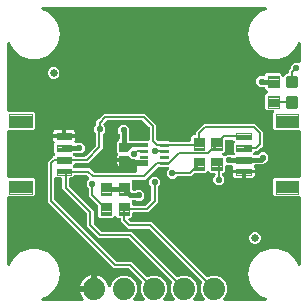
<source format=gtl>
G04 EAGLE Gerber RS-274X export*
G75*
%MOMM*%
%FSLAX34Y34*%
%LPD*%
%INTop Copper*%
%IPPOS*%
%AMOC8*
5,1,8,0,0,1.08239X$1,22.5*%
G01*
%ADD10C,0.100000*%
%ADD11C,0.635000*%
%ADD12C,0.096000*%
%ADD13C,0.102000*%
%ADD14C,0.300000*%
%ADD15C,1.879600*%
%ADD16C,0.558800*%
%ADD17C,0.203200*%
%ADD18C,0.406400*%
%ADD19C,0.139700*%

G36*
X66296Y2812D02*
X66296Y2812D01*
X66434Y2825D01*
X66453Y2832D01*
X66473Y2835D01*
X66602Y2886D01*
X66733Y2933D01*
X66750Y2944D01*
X66768Y2952D01*
X66881Y3033D01*
X66996Y3112D01*
X67010Y3127D01*
X67026Y3138D01*
X67115Y3246D01*
X67207Y3350D01*
X67216Y3368D01*
X67229Y3383D01*
X67288Y3509D01*
X67351Y3634D01*
X67356Y3653D01*
X67364Y3671D01*
X67390Y3808D01*
X67421Y3944D01*
X67420Y3964D01*
X67424Y3983D01*
X67415Y4122D01*
X67411Y4262D01*
X67405Y4281D01*
X67404Y4301D01*
X67361Y4433D01*
X67322Y4567D01*
X67312Y4584D01*
X67306Y4603D01*
X67231Y4721D01*
X67161Y4841D01*
X67142Y4862D01*
X67136Y4872D01*
X67121Y4886D01*
X67116Y4892D01*
X65989Y6443D01*
X65136Y8117D01*
X64555Y9904D01*
X64515Y10161D01*
X74930Y10161D01*
X75048Y10176D01*
X75167Y10183D01*
X75205Y10196D01*
X75245Y10201D01*
X75356Y10244D01*
X75469Y10281D01*
X75503Y10303D01*
X75541Y10318D01*
X75637Y10388D01*
X75738Y10451D01*
X75766Y10481D01*
X75798Y10504D01*
X75874Y10596D01*
X75956Y10683D01*
X75975Y10718D01*
X76001Y10749D01*
X76052Y10857D01*
X76109Y10961D01*
X76120Y11001D01*
X76137Y11037D01*
X76159Y11154D01*
X76189Y11269D01*
X76193Y11330D01*
X76197Y11350D01*
X76195Y11370D01*
X76199Y11430D01*
X76199Y12701D01*
X77470Y12701D01*
X77588Y12716D01*
X77707Y12723D01*
X77745Y12736D01*
X77785Y12741D01*
X77896Y12785D01*
X78009Y12821D01*
X78044Y12843D01*
X78081Y12858D01*
X78177Y12928D01*
X78278Y12991D01*
X78306Y13021D01*
X78339Y13045D01*
X78414Y13136D01*
X78496Y13223D01*
X78516Y13258D01*
X78541Y13290D01*
X78592Y13397D01*
X78650Y13502D01*
X78660Y13541D01*
X78677Y13577D01*
X78699Y13694D01*
X78729Y13809D01*
X78733Y13870D01*
X78737Y13890D01*
X78735Y13910D01*
X78739Y13970D01*
X78739Y24385D01*
X78996Y24345D01*
X80783Y23764D01*
X82457Y22911D01*
X83978Y21806D01*
X85306Y20478D01*
X86411Y18957D01*
X87264Y17283D01*
X87845Y15496D01*
X87920Y15023D01*
X87955Y14900D01*
X87986Y14774D01*
X88000Y14747D01*
X88008Y14718D01*
X88074Y14607D01*
X88134Y14493D01*
X88155Y14470D01*
X88170Y14444D01*
X88262Y14353D01*
X88348Y14257D01*
X88374Y14241D01*
X88395Y14219D01*
X88506Y14153D01*
X88614Y14082D01*
X88643Y14073D01*
X88669Y14057D01*
X88793Y14021D01*
X88915Y13979D01*
X88945Y13977D01*
X88974Y13968D01*
X89103Y13964D01*
X89232Y13954D01*
X89262Y13959D01*
X89292Y13958D01*
X89418Y13986D01*
X89545Y14008D01*
X89573Y14021D01*
X89602Y14027D01*
X89717Y14086D01*
X89835Y14139D01*
X89859Y14158D01*
X89886Y14171D01*
X89982Y14257D01*
X90084Y14338D01*
X90102Y14362D01*
X90124Y14382D01*
X90197Y14488D01*
X90275Y14592D01*
X90294Y14630D01*
X90303Y14644D01*
X90311Y14665D01*
X90346Y14736D01*
X92125Y19031D01*
X95269Y22175D01*
X99377Y23877D01*
X103823Y23877D01*
X107931Y22175D01*
X111075Y19031D01*
X112777Y14923D01*
X112777Y10477D01*
X111075Y6369D01*
X109668Y4961D01*
X109582Y4852D01*
X109494Y4745D01*
X109485Y4726D01*
X109473Y4710D01*
X109417Y4582D01*
X109358Y4457D01*
X109355Y4437D01*
X109346Y4418D01*
X109325Y4280D01*
X109299Y4144D01*
X109300Y4124D01*
X109297Y4104D01*
X109310Y3965D01*
X109318Y3827D01*
X109325Y3808D01*
X109326Y3788D01*
X109374Y3656D01*
X109416Y3525D01*
X109427Y3507D01*
X109434Y3488D01*
X109512Y3373D01*
X109586Y3256D01*
X109601Y3242D01*
X109613Y3225D01*
X109717Y3133D01*
X109818Y3038D01*
X109836Y3028D01*
X109851Y3015D01*
X109975Y2951D01*
X110097Y2884D01*
X110116Y2879D01*
X110134Y2870D01*
X110270Y2840D01*
X110405Y2805D01*
X110433Y2803D01*
X110445Y2800D01*
X110465Y2801D01*
X110565Y2795D01*
X118035Y2795D01*
X118173Y2812D01*
X118311Y2825D01*
X118330Y2832D01*
X118350Y2835D01*
X118480Y2886D01*
X118610Y2933D01*
X118627Y2944D01*
X118646Y2952D01*
X118758Y3033D01*
X118874Y3111D01*
X118887Y3127D01*
X118903Y3138D01*
X118992Y3246D01*
X119084Y3350D01*
X119093Y3368D01*
X119106Y3383D01*
X119165Y3509D01*
X119229Y3633D01*
X119233Y3653D01*
X119242Y3671D01*
X119268Y3808D01*
X119298Y3943D01*
X119298Y3964D01*
X119301Y3983D01*
X119293Y4122D01*
X119289Y4261D01*
X119283Y4281D01*
X119282Y4301D01*
X119239Y4433D01*
X119200Y4567D01*
X119190Y4584D01*
X119184Y4603D01*
X119109Y4721D01*
X119039Y4841D01*
X119020Y4862D01*
X119014Y4872D01*
X118999Y4886D01*
X118932Y4961D01*
X117525Y6369D01*
X115823Y10477D01*
X115823Y14923D01*
X116964Y17676D01*
X116971Y17705D01*
X116985Y17731D01*
X117013Y17858D01*
X117047Y17983D01*
X117048Y18012D01*
X117054Y18041D01*
X117050Y18171D01*
X117053Y18301D01*
X117046Y18329D01*
X117045Y18359D01*
X117009Y18484D01*
X116978Y18610D01*
X116965Y18636D01*
X116956Y18664D01*
X116891Y18776D01*
X116830Y18891D01*
X116810Y18913D01*
X116795Y18938D01*
X116688Y19059D01*
X105894Y29854D01*
X105816Y29914D01*
X105744Y29982D01*
X105691Y30011D01*
X105643Y30048D01*
X105552Y30088D01*
X105465Y30136D01*
X105407Y30151D01*
X105351Y30175D01*
X105253Y30190D01*
X105157Y30215D01*
X105057Y30221D01*
X105037Y30225D01*
X105025Y30223D01*
X104997Y30225D01*
X92822Y30225D01*
X36829Y86218D01*
X36829Y120538D01*
X41086Y124795D01*
X41102Y124795D01*
X41200Y124807D01*
X41299Y124810D01*
X41358Y124827D01*
X41418Y124835D01*
X41510Y124871D01*
X41605Y124899D01*
X41657Y124929D01*
X41713Y124952D01*
X41793Y125010D01*
X41879Y125060D01*
X41954Y125126D01*
X41971Y125138D01*
X41979Y125148D01*
X42000Y125166D01*
X42936Y126103D01*
X43009Y126197D01*
X43088Y126286D01*
X43106Y126322D01*
X43131Y126354D01*
X43178Y126463D01*
X43232Y126569D01*
X43241Y126608D01*
X43257Y126646D01*
X43276Y126763D01*
X43302Y126879D01*
X43301Y126920D01*
X43307Y126960D01*
X43296Y127078D01*
X43292Y127197D01*
X43281Y127236D01*
X43277Y127276D01*
X43237Y127388D01*
X43204Y127503D01*
X43183Y127538D01*
X43169Y127576D01*
X43103Y127674D01*
X43042Y127777D01*
X43002Y127822D01*
X42991Y127839D01*
X42976Y127852D01*
X42936Y127898D01*
X42271Y128562D01*
X42271Y135438D01*
X42397Y135564D01*
X42470Y135658D01*
X42549Y135747D01*
X42567Y135783D01*
X42592Y135815D01*
X42639Y135924D01*
X42693Y136030D01*
X42702Y136070D01*
X42718Y136107D01*
X42737Y136225D01*
X42763Y136341D01*
X42762Y136381D01*
X42768Y136421D01*
X42757Y136540D01*
X42753Y136658D01*
X42742Y136697D01*
X42738Y136737D01*
X42698Y136849D01*
X42665Y136964D01*
X42644Y136999D01*
X42631Y137037D01*
X42564Y137135D01*
X42503Y137238D01*
X42464Y137283D01*
X42452Y137300D01*
X42437Y137313D01*
X42397Y137359D01*
X42119Y137637D01*
X41717Y138332D01*
X41509Y139108D01*
X41509Y140501D01*
X50570Y140501D01*
X50688Y140516D01*
X50807Y140523D01*
X50814Y140525D01*
X50870Y140511D01*
X50930Y140507D01*
X50950Y140503D01*
X50970Y140505D01*
X51030Y140501D01*
X60091Y140501D01*
X60091Y139108D01*
X59883Y138332D01*
X59708Y138030D01*
X59649Y137890D01*
X59588Y137749D01*
X59587Y137743D01*
X59585Y137736D01*
X59563Y137587D01*
X59539Y137435D01*
X59539Y137428D01*
X59538Y137422D01*
X59554Y137271D01*
X59568Y137119D01*
X59571Y137112D01*
X59571Y137106D01*
X59625Y136962D01*
X59676Y136819D01*
X59680Y136814D01*
X59682Y136807D01*
X59769Y136682D01*
X59855Y136556D01*
X59860Y136552D01*
X59863Y136546D01*
X59979Y136447D01*
X60093Y136346D01*
X60099Y136343D01*
X60104Y136338D01*
X60240Y136271D01*
X60376Y136201D01*
X60383Y136200D01*
X60389Y136197D01*
X60538Y136165D01*
X60686Y136131D01*
X60693Y136132D01*
X60700Y136130D01*
X60853Y136136D01*
X61004Y136141D01*
X61011Y136143D01*
X61018Y136143D01*
X61165Y136187D01*
X61310Y136230D01*
X61316Y136233D01*
X61322Y136235D01*
X61453Y136314D01*
X61584Y136391D01*
X61591Y136397D01*
X61594Y136399D01*
X61602Y136407D01*
X61705Y136497D01*
X61860Y136653D01*
X65648Y136653D01*
X68327Y133974D01*
X68327Y130186D01*
X65648Y127507D01*
X61860Y127507D01*
X61550Y127818D01*
X61471Y127878D01*
X61399Y127946D01*
X61346Y127975D01*
X61298Y128012D01*
X61207Y128052D01*
X61121Y128100D01*
X61062Y128115D01*
X61007Y128139D01*
X60909Y128154D01*
X60813Y128179D01*
X60713Y128185D01*
X60692Y128189D01*
X60680Y128187D01*
X60652Y128189D01*
X59642Y128189D01*
X59504Y128172D01*
X59365Y128159D01*
X59346Y128152D01*
X59326Y128149D01*
X59197Y128098D01*
X59066Y128051D01*
X59049Y128040D01*
X59030Y128032D01*
X58918Y127951D01*
X58803Y127873D01*
X58790Y127857D01*
X58773Y127846D01*
X58684Y127738D01*
X58592Y127634D01*
X58583Y127616D01*
X58570Y127601D01*
X58511Y127475D01*
X58448Y127351D01*
X58443Y127331D01*
X58435Y127313D01*
X58409Y127176D01*
X58378Y127041D01*
X58379Y127020D01*
X58375Y127001D01*
X58384Y126862D01*
X58388Y126723D01*
X58394Y126703D01*
X58395Y126683D01*
X58437Y126551D01*
X58476Y126417D01*
X58487Y126400D01*
X58493Y126381D01*
X58567Y126263D01*
X58638Y126143D01*
X58656Y126122D01*
X58663Y126112D01*
X58678Y126098D01*
X58744Y126023D01*
X59600Y125166D01*
X59678Y125106D01*
X59751Y125038D01*
X59804Y125009D01*
X59852Y124972D01*
X59942Y124932D01*
X60029Y124884D01*
X60088Y124869D01*
X60143Y124845D01*
X60241Y124830D01*
X60337Y124805D01*
X60437Y124799D01*
X60458Y124795D01*
X60470Y124797D01*
X60498Y124795D01*
X68501Y124795D01*
X68599Y124807D01*
X68698Y124810D01*
X68756Y124827D01*
X68816Y124835D01*
X68908Y124871D01*
X69003Y124899D01*
X69056Y124929D01*
X69112Y124952D01*
X69192Y125010D01*
X69277Y125060D01*
X69353Y125126D01*
X69369Y125138D01*
X69377Y125148D01*
X69398Y125166D01*
X77606Y133374D01*
X77666Y133452D01*
X77734Y133524D01*
X77763Y133577D01*
X77800Y133625D01*
X77840Y133716D01*
X77888Y133803D01*
X77903Y133861D01*
X77927Y133917D01*
X77942Y134015D01*
X77967Y134111D01*
X77973Y134211D01*
X77977Y134231D01*
X77975Y134243D01*
X77977Y134271D01*
X77977Y143884D01*
X77965Y143982D01*
X77962Y144081D01*
X77945Y144140D01*
X77937Y144200D01*
X77901Y144292D01*
X77873Y144387D01*
X77843Y144439D01*
X77820Y144495D01*
X77762Y144575D01*
X77712Y144661D01*
X77646Y144736D01*
X77634Y144753D01*
X77624Y144761D01*
X77606Y144782D01*
X76453Y145934D01*
X76453Y149722D01*
X77860Y151128D01*
X77920Y151207D01*
X77988Y151279D01*
X78017Y151332D01*
X78054Y151380D01*
X78094Y151471D01*
X78142Y151557D01*
X78157Y151616D01*
X78181Y151671D01*
X78196Y151769D01*
X78221Y151865D01*
X78227Y151965D01*
X78231Y151986D01*
X78229Y151998D01*
X78231Y152026D01*
X78231Y154574D01*
X80240Y156582D01*
X82686Y159028D01*
X84694Y161037D01*
X119522Y161037D01*
X129033Y151526D01*
X129033Y139605D01*
X129045Y139507D01*
X129048Y139408D01*
X129065Y139350D01*
X129073Y139290D01*
X129109Y139198D01*
X129137Y139103D01*
X129167Y139050D01*
X129190Y138994D01*
X129248Y138914D01*
X129298Y138829D01*
X129364Y138753D01*
X129376Y138737D01*
X129386Y138729D01*
X129404Y138708D01*
X129845Y138267D01*
X129942Y138192D01*
X129998Y138143D01*
X129999Y138142D01*
X130033Y138112D01*
X130067Y138095D01*
X130097Y138072D01*
X130208Y138024D01*
X130271Y137992D01*
X130278Y137988D01*
X130279Y137988D01*
X130317Y137969D01*
X130354Y137961D01*
X130388Y137946D01*
X130509Y137927D01*
X130564Y137915D01*
X130586Y137909D01*
X130591Y137909D01*
X130628Y137900D01*
X130665Y137902D01*
X130702Y137896D01*
X130738Y137899D01*
X130746Y137899D01*
X139348Y137899D01*
X139460Y137786D01*
X139539Y137726D01*
X139611Y137658D01*
X139664Y137629D01*
X139712Y137592D01*
X139803Y137552D01*
X139889Y137504D01*
X139948Y137489D01*
X140003Y137465D01*
X140101Y137450D01*
X140197Y137425D01*
X140297Y137419D01*
X140317Y137415D01*
X140330Y137417D01*
X140358Y137415D01*
X157052Y137415D01*
X157170Y137430D01*
X157289Y137437D01*
X157327Y137450D01*
X157368Y137455D01*
X157478Y137498D01*
X157591Y137535D01*
X157626Y137557D01*
X157663Y137572D01*
X157759Y137641D01*
X157860Y137705D01*
X157888Y137735D01*
X157921Y137758D01*
X157997Y137850D01*
X158078Y137937D01*
X158098Y137972D01*
X158123Y138003D01*
X158174Y138111D01*
X158232Y138215D01*
X158242Y138255D01*
X158259Y138291D01*
X158281Y138408D01*
X158311Y138523D01*
X158315Y138583D01*
X158319Y138603D01*
X158317Y138624D01*
X158321Y138684D01*
X158321Y141444D01*
X159656Y142779D01*
X161036Y142779D01*
X161154Y142794D01*
X161273Y142801D01*
X161311Y142814D01*
X161352Y142819D01*
X161462Y142862D01*
X161575Y142899D01*
X161610Y142921D01*
X161647Y142936D01*
X161743Y143005D01*
X161844Y143069D01*
X161872Y143099D01*
X161905Y143122D01*
X161981Y143214D01*
X162062Y143301D01*
X162082Y143336D01*
X162107Y143367D01*
X162158Y143475D01*
X162216Y143579D01*
X162226Y143619D01*
X162243Y143655D01*
X162265Y143772D01*
X162295Y143887D01*
X162299Y143947D01*
X162303Y143967D01*
X162301Y143988D01*
X162305Y144048D01*
X162305Y145658D01*
X169302Y152655D01*
X212486Y152655D01*
X219203Y145938D01*
X219203Y133970D01*
X217194Y131962D01*
X214438Y129205D01*
X212644Y129205D01*
X212546Y129193D01*
X212447Y129190D01*
X212388Y129173D01*
X212328Y129165D01*
X212236Y129129D01*
X212141Y129101D01*
X212089Y129071D01*
X212033Y129048D01*
X211952Y128990D01*
X211867Y128940D01*
X211792Y128874D01*
X211775Y128862D01*
X211767Y128852D01*
X211746Y128834D01*
X210890Y127977D01*
X210805Y127868D01*
X210716Y127761D01*
X210708Y127742D01*
X210695Y127726D01*
X210640Y127598D01*
X210581Y127473D01*
X210577Y127453D01*
X210569Y127434D01*
X210547Y127296D01*
X210521Y127160D01*
X210522Y127140D01*
X210519Y127120D01*
X210532Y126981D01*
X210541Y126843D01*
X210547Y126824D01*
X210549Y126804D01*
X210596Y126673D01*
X210639Y126541D01*
X210650Y126523D01*
X210656Y126504D01*
X210734Y126390D01*
X210809Y126272D01*
X210824Y126258D01*
X210835Y126241D01*
X210939Y126149D01*
X211041Y126054D01*
X211058Y126044D01*
X211073Y126031D01*
X211197Y125968D01*
X211319Y125900D01*
X211339Y125895D01*
X211357Y125886D01*
X211493Y125856D01*
X211627Y125821D01*
X211655Y125819D01*
X211667Y125816D01*
X211688Y125817D01*
X211788Y125811D01*
X214322Y125811D01*
X214420Y125823D01*
X214519Y125826D01*
X214578Y125843D01*
X214638Y125851D01*
X214730Y125887D01*
X214825Y125915D01*
X214877Y125945D01*
X214933Y125968D01*
X215013Y126026D01*
X215099Y126076D01*
X215174Y126142D01*
X215191Y126154D01*
X215199Y126164D01*
X215220Y126182D01*
X217308Y128271D01*
X221096Y128271D01*
X223775Y125592D01*
X223775Y121804D01*
X221096Y119125D01*
X220544Y119125D01*
X220446Y119113D01*
X220347Y119110D01*
X220289Y119093D01*
X220229Y119085D01*
X220137Y119049D01*
X220041Y119021D01*
X219989Y118991D01*
X219933Y118968D01*
X219853Y118910D01*
X219768Y118860D01*
X219692Y118794D01*
X219676Y118782D01*
X219668Y118772D01*
X219647Y118754D01*
X219082Y118189D01*
X212771Y118189D01*
X212640Y118173D01*
X212508Y118162D01*
X212483Y118153D01*
X212456Y118149D01*
X212333Y118101D01*
X212208Y118057D01*
X212185Y118042D01*
X212160Y118032D01*
X212053Y117955D01*
X211943Y117881D01*
X211925Y117861D01*
X211903Y117846D01*
X211818Y117744D01*
X211730Y117645D01*
X211717Y117621D01*
X211700Y117601D01*
X211644Y117481D01*
X211582Y117364D01*
X211576Y117337D01*
X211564Y117313D01*
X211540Y117183D01*
X211509Y117054D01*
X211510Y117027D01*
X211505Y117001D01*
X211513Y116869D01*
X211515Y116736D01*
X211523Y116710D01*
X211524Y116683D01*
X211565Y116557D01*
X211601Y116430D01*
X211618Y116395D01*
X211622Y116381D01*
X211634Y116362D01*
X211672Y116285D01*
X212029Y115668D01*
X212237Y114892D01*
X212237Y113499D01*
X203176Y113499D01*
X203058Y113484D01*
X202939Y113477D01*
X202932Y113475D01*
X202876Y113489D01*
X202816Y113493D01*
X202796Y113497D01*
X202776Y113495D01*
X202716Y113499D01*
X193655Y113499D01*
X193655Y114892D01*
X193885Y115749D01*
X193902Y115874D01*
X193926Y115998D01*
X193924Y116031D01*
X193928Y116065D01*
X193914Y116190D01*
X193906Y116315D01*
X193896Y116347D01*
X193892Y116380D01*
X193847Y116498D01*
X193808Y116617D01*
X193790Y116646D01*
X193778Y116677D01*
X193705Y116780D01*
X193638Y116886D01*
X193613Y116909D01*
X193594Y116937D01*
X193498Y117018D01*
X193406Y117104D01*
X193377Y117120D01*
X193351Y117142D01*
X193238Y117197D01*
X193128Y117258D01*
X193095Y117266D01*
X193065Y117281D01*
X192941Y117306D01*
X192820Y117337D01*
X192771Y117340D01*
X192753Y117344D01*
X192731Y117343D01*
X192659Y117347D01*
X188134Y117347D01*
X188016Y117332D01*
X187897Y117325D01*
X187859Y117312D01*
X187818Y117307D01*
X187708Y117264D01*
X187595Y117227D01*
X187560Y117205D01*
X187523Y117190D01*
X187427Y117121D01*
X187326Y117057D01*
X187298Y117027D01*
X187265Y117004D01*
X187189Y116912D01*
X187108Y116825D01*
X187088Y116790D01*
X187063Y116759D01*
X187012Y116651D01*
X186954Y116547D01*
X186944Y116507D01*
X186927Y116471D01*
X186905Y116354D01*
X186875Y116239D01*
X186871Y116179D01*
X186867Y116159D01*
X186869Y116138D01*
X186865Y116078D01*
X186865Y112556D01*
X185420Y111111D01*
X185389Y111101D01*
X185354Y111079D01*
X185317Y111064D01*
X185221Y110995D01*
X185120Y110931D01*
X185092Y110901D01*
X185059Y110878D01*
X184983Y110786D01*
X184902Y110699D01*
X184882Y110664D01*
X184857Y110633D01*
X184806Y110525D01*
X184748Y110421D01*
X184738Y110381D01*
X184721Y110345D01*
X184699Y110228D01*
X184669Y110113D01*
X184665Y110052D01*
X184661Y110033D01*
X184663Y110012D01*
X184659Y109952D01*
X184659Y109100D01*
X184671Y109002D01*
X184674Y108903D01*
X184691Y108844D01*
X184699Y108784D01*
X184735Y108692D01*
X184763Y108597D01*
X184793Y108545D01*
X184816Y108489D01*
X184874Y108409D01*
X184924Y108323D01*
X184990Y108248D01*
X185002Y108231D01*
X185012Y108223D01*
X185030Y108202D01*
X186437Y106796D01*
X186437Y103008D01*
X183758Y100329D01*
X179970Y100329D01*
X177291Y103008D01*
X177291Y106796D01*
X178698Y108202D01*
X178758Y108281D01*
X178826Y108353D01*
X178855Y108406D01*
X178892Y108454D01*
X178932Y108545D01*
X178980Y108631D01*
X178995Y108690D01*
X179019Y108745D01*
X179034Y108843D01*
X179059Y108939D01*
X179065Y109039D01*
X179069Y109060D01*
X179067Y109072D01*
X179069Y109100D01*
X179069Y109952D01*
X179054Y110070D01*
X179047Y110189D01*
X179034Y110227D01*
X179029Y110268D01*
X178986Y110378D01*
X178949Y110491D01*
X178927Y110526D01*
X178912Y110563D01*
X178843Y110659D01*
X178779Y110760D01*
X178749Y110788D01*
X178726Y110821D01*
X178634Y110897D01*
X178547Y110978D01*
X178512Y110998D01*
X178481Y111023D01*
X178373Y111074D01*
X178269Y111132D01*
X178229Y111142D01*
X178193Y111159D01*
X178076Y111181D01*
X177961Y111211D01*
X177901Y111215D01*
X177881Y111219D01*
X177860Y111217D01*
X177800Y111221D01*
X174642Y111221D01*
X173491Y112373D01*
X173396Y112446D01*
X173307Y112525D01*
X173271Y112543D01*
X173239Y112568D01*
X173130Y112615D01*
X173024Y112669D01*
X172985Y112678D01*
X172947Y112694D01*
X172830Y112713D01*
X172714Y112739D01*
X172673Y112738D01*
X172633Y112744D01*
X172515Y112733D01*
X172396Y112729D01*
X172357Y112718D01*
X172317Y112714D01*
X172204Y112674D01*
X172090Y112641D01*
X172056Y112620D01*
X172017Y112607D01*
X171919Y112540D01*
X171816Y112479D01*
X171771Y112439D01*
X171754Y112428D01*
X171741Y112413D01*
X171696Y112373D01*
X170544Y111221D01*
X162299Y111221D01*
X162201Y111209D01*
X162102Y111206D01*
X162044Y111189D01*
X161984Y111181D01*
X161892Y111145D01*
X161797Y111117D01*
X161744Y111087D01*
X161688Y111064D01*
X161608Y111006D01*
X161523Y110956D01*
X161447Y110890D01*
X161431Y110878D01*
X161423Y110868D01*
X161402Y110850D01*
X158502Y107949D01*
X146692Y107949D01*
X146594Y107937D01*
X146495Y107934D01*
X146436Y107917D01*
X146376Y107909D01*
X146284Y107873D01*
X146189Y107845D01*
X146137Y107815D01*
X146081Y107792D01*
X146001Y107734D01*
X145915Y107684D01*
X145840Y107618D01*
X145823Y107606D01*
X145815Y107596D01*
X145794Y107578D01*
X144388Y106171D01*
X140600Y106171D01*
X137921Y108850D01*
X137921Y112638D01*
X139458Y114175D01*
X139543Y114284D01*
X139632Y114391D01*
X139640Y114410D01*
X139653Y114426D01*
X139708Y114554D01*
X139767Y114679D01*
X139771Y114699D01*
X139779Y114718D01*
X139801Y114856D01*
X139827Y114992D01*
X139826Y115012D01*
X139829Y115032D01*
X139816Y115171D01*
X139807Y115309D01*
X139801Y115328D01*
X139799Y115348D01*
X139752Y115480D01*
X139709Y115611D01*
X139698Y115629D01*
X139691Y115648D01*
X139613Y115763D01*
X139539Y115880D01*
X139524Y115894D01*
X139513Y115911D01*
X139409Y116003D01*
X139307Y116098D01*
X139290Y116108D01*
X139274Y116121D01*
X139150Y116185D01*
X139029Y116252D01*
X139009Y116257D01*
X138991Y116266D01*
X138855Y116296D01*
X138721Y116331D01*
X138693Y116333D01*
X138681Y116336D01*
X138660Y116335D01*
X138560Y116341D01*
X131233Y116341D01*
X131135Y116329D01*
X131036Y116326D01*
X130978Y116309D01*
X130918Y116301D01*
X130826Y116265D01*
X130731Y116237D01*
X130678Y116207D01*
X130622Y116184D01*
X130542Y116126D01*
X130457Y116076D01*
X130381Y116010D01*
X130365Y115998D01*
X130357Y115988D01*
X130336Y115970D01*
X119522Y105155D01*
X109632Y105155D01*
X109493Y105138D01*
X109354Y105125D01*
X109336Y105118D01*
X109316Y105115D01*
X109186Y105064D01*
X109055Y105017D01*
X109039Y105006D01*
X109020Y104998D01*
X108908Y104917D01*
X108792Y104838D01*
X108779Y104823D01*
X108763Y104812D01*
X108674Y104704D01*
X108582Y104599D01*
X108573Y104582D01*
X108560Y104567D01*
X108501Y104440D01*
X108437Y104316D01*
X108433Y104297D01*
X108425Y104279D01*
X108398Y104142D01*
X108368Y104005D01*
X108369Y103986D01*
X108365Y103967D01*
X108374Y103828D01*
X108378Y103688D01*
X108379Y103685D01*
X108379Y97028D01*
X108394Y96910D01*
X108401Y96791D01*
X108414Y96753D01*
X108419Y96712D01*
X108462Y96602D01*
X108499Y96489D01*
X108521Y96454D01*
X108536Y96417D01*
X108605Y96321D01*
X108669Y96220D01*
X108699Y96192D01*
X108722Y96159D01*
X108814Y96083D01*
X108901Y96002D01*
X108936Y95982D01*
X108967Y95957D01*
X109075Y95906D01*
X109179Y95848D01*
X109219Y95838D01*
X109255Y95821D01*
X109372Y95799D01*
X109487Y95769D01*
X109547Y95765D01*
X109567Y95761D01*
X109588Y95763D01*
X109648Y95759D01*
X111118Y95759D01*
X111216Y95771D01*
X111315Y95774D01*
X111374Y95791D01*
X111434Y95799D01*
X111526Y95835D01*
X111621Y95863D01*
X111673Y95893D01*
X111729Y95916D01*
X111809Y95974D01*
X111895Y96024D01*
X111970Y96090D01*
X111987Y96102D01*
X111995Y96112D01*
X112016Y96130D01*
X112406Y96521D01*
X116194Y96521D01*
X118873Y93842D01*
X118873Y90054D01*
X116194Y87375D01*
X112406Y87375D01*
X112016Y87766D01*
X111937Y87826D01*
X111865Y87894D01*
X111812Y87923D01*
X111764Y87960D01*
X111673Y88000D01*
X111587Y88048D01*
X111528Y88063D01*
X111473Y88087D01*
X111375Y88102D01*
X111279Y88127D01*
X111179Y88133D01*
X111158Y88137D01*
X111146Y88135D01*
X111118Y88137D01*
X109648Y88137D01*
X109530Y88122D01*
X109411Y88115D01*
X109373Y88102D01*
X109332Y88097D01*
X109222Y88054D01*
X109109Y88017D01*
X109074Y87995D01*
X109037Y87980D01*
X108941Y87911D01*
X108840Y87847D01*
X108812Y87817D01*
X108779Y87794D01*
X108703Y87702D01*
X108622Y87615D01*
X108602Y87580D01*
X108577Y87549D01*
X108526Y87441D01*
X108468Y87337D01*
X108458Y87297D01*
X108441Y87261D01*
X108419Y87144D01*
X108389Y87029D01*
X108385Y86969D01*
X108381Y86949D01*
X108383Y86928D01*
X108379Y86868D01*
X108379Y84464D01*
X108394Y84346D01*
X108401Y84227D01*
X108414Y84189D01*
X108419Y84148D01*
X108462Y84038D01*
X108499Y83925D01*
X108521Y83890D01*
X108536Y83853D01*
X108605Y83757D01*
X108669Y83656D01*
X108699Y83628D01*
X108722Y83595D01*
X108814Y83519D01*
X108901Y83438D01*
X108936Y83418D01*
X108967Y83393D01*
X109075Y83342D01*
X109179Y83284D01*
X109219Y83274D01*
X109255Y83257D01*
X109372Y83235D01*
X109487Y83205D01*
X109547Y83201D01*
X109567Y83197D01*
X109588Y83199D01*
X109648Y83195D01*
X119357Y83195D01*
X119455Y83207D01*
X119554Y83210D01*
X119612Y83227D01*
X119672Y83235D01*
X119764Y83271D01*
X119859Y83299D01*
X119912Y83329D01*
X119968Y83352D01*
X120048Y83410D01*
X120133Y83460D01*
X120209Y83526D01*
X120225Y83538D01*
X120233Y83548D01*
X120254Y83566D01*
X124342Y87654D01*
X124402Y87732D01*
X124470Y87804D01*
X124499Y87857D01*
X124536Y87905D01*
X124576Y87996D01*
X124624Y88083D01*
X124639Y88141D01*
X124663Y88197D01*
X124678Y88295D01*
X124703Y88391D01*
X124709Y88491D01*
X124713Y88511D01*
X124711Y88523D01*
X124713Y88551D01*
X124713Y98672D01*
X124701Y98770D01*
X124698Y98869D01*
X124681Y98928D01*
X124673Y98988D01*
X124637Y99080D01*
X124609Y99175D01*
X124579Y99227D01*
X124556Y99283D01*
X124498Y99363D01*
X124448Y99449D01*
X124382Y99524D01*
X124370Y99541D01*
X124360Y99549D01*
X124342Y99570D01*
X122935Y100976D01*
X122935Y104764D01*
X125614Y107443D01*
X129402Y107443D01*
X132081Y104764D01*
X132081Y100976D01*
X130674Y99570D01*
X130614Y99491D01*
X130546Y99419D01*
X130517Y99366D01*
X130480Y99318D01*
X130440Y99227D01*
X130392Y99141D01*
X130377Y99082D01*
X130353Y99027D01*
X130338Y98929D01*
X130313Y98833D01*
X130307Y98733D01*
X130303Y98712D01*
X130305Y98700D01*
X130303Y98672D01*
X130303Y85710D01*
X122198Y77605D01*
X109648Y77605D01*
X109530Y77590D01*
X109411Y77583D01*
X109373Y77570D01*
X109332Y77565D01*
X109222Y77522D01*
X109109Y77485D01*
X109074Y77463D01*
X109037Y77448D01*
X108941Y77379D01*
X108840Y77315D01*
X108812Y77285D01*
X108779Y77262D01*
X108703Y77170D01*
X108622Y77083D01*
X108602Y77048D01*
X108577Y77017D01*
X108526Y76909D01*
X108468Y76805D01*
X108458Y76765D01*
X108441Y76729D01*
X108419Y76612D01*
X108389Y76497D01*
X108385Y76437D01*
X108381Y76417D01*
X108383Y76396D01*
X108379Y76336D01*
X108379Y74456D01*
X107044Y73121D01*
X106615Y73121D01*
X106477Y73104D01*
X106339Y73091D01*
X106320Y73084D01*
X106300Y73081D01*
X106171Y73030D01*
X106040Y72983D01*
X106023Y72972D01*
X106004Y72964D01*
X105892Y72883D01*
X105777Y72805D01*
X105763Y72789D01*
X105747Y72778D01*
X105658Y72670D01*
X105566Y72566D01*
X105557Y72548D01*
X105544Y72533D01*
X105485Y72407D01*
X105421Y72283D01*
X105417Y72263D01*
X105408Y72245D01*
X105382Y72108D01*
X105352Y71973D01*
X105352Y71952D01*
X105349Y71933D01*
X105357Y71794D01*
X105361Y71655D01*
X105367Y71635D01*
X105368Y71615D01*
X105411Y71483D01*
X105450Y71349D01*
X105460Y71332D01*
X105466Y71313D01*
X105541Y71195D01*
X105611Y71075D01*
X105630Y71054D01*
X105637Y71044D01*
X105652Y71030D01*
X105718Y70955D01*
X106824Y69848D01*
X106902Y69788D01*
X106974Y69720D01*
X107028Y69690D01*
X107075Y69653D01*
X107166Y69614D01*
X107253Y69566D01*
X107312Y69551D01*
X107367Y69527D01*
X107465Y69512D01*
X107561Y69487D01*
X107661Y69480D01*
X107681Y69477D01*
X107694Y69478D01*
X107722Y69477D01*
X124976Y69477D01*
X126985Y67468D01*
X171441Y23012D01*
X171464Y22993D01*
X171483Y22971D01*
X171589Y22896D01*
X171692Y22817D01*
X171719Y22805D01*
X171743Y22788D01*
X171865Y22742D01*
X171984Y22690D01*
X172013Y22686D01*
X172041Y22675D01*
X172170Y22661D01*
X172298Y22640D01*
X172327Y22643D01*
X172357Y22640D01*
X172485Y22658D01*
X172615Y22670D01*
X172642Y22680D01*
X172672Y22684D01*
X172824Y22736D01*
X175577Y23877D01*
X180023Y23877D01*
X184131Y22175D01*
X187275Y19031D01*
X188977Y14923D01*
X188977Y10477D01*
X187275Y6369D01*
X185868Y4961D01*
X185782Y4852D01*
X185694Y4745D01*
X185685Y4726D01*
X185673Y4710D01*
X185617Y4582D01*
X185558Y4457D01*
X185555Y4437D01*
X185546Y4418D01*
X185525Y4280D01*
X185499Y4144D01*
X185500Y4124D01*
X185497Y4104D01*
X185510Y3965D01*
X185518Y3827D01*
X185525Y3808D01*
X185526Y3788D01*
X185574Y3656D01*
X185616Y3525D01*
X185627Y3507D01*
X185634Y3488D01*
X185712Y3373D01*
X185786Y3256D01*
X185801Y3242D01*
X185813Y3225D01*
X185917Y3133D01*
X186018Y3038D01*
X186036Y3028D01*
X186051Y3015D01*
X186175Y2951D01*
X186297Y2884D01*
X186316Y2879D01*
X186334Y2870D01*
X186470Y2840D01*
X186605Y2805D01*
X186633Y2803D01*
X186645Y2800D01*
X186665Y2801D01*
X186765Y2795D01*
X221125Y2795D01*
X221221Y2807D01*
X221319Y2810D01*
X221379Y2827D01*
X221440Y2835D01*
X221531Y2870D01*
X221625Y2897D01*
X221678Y2929D01*
X221736Y2952D01*
X221815Y3009D01*
X221899Y3058D01*
X221943Y3102D01*
X221993Y3138D01*
X222056Y3214D01*
X222125Y3282D01*
X222157Y3335D01*
X222196Y3383D01*
X222238Y3471D01*
X222288Y3555D01*
X222305Y3615D01*
X222332Y3671D01*
X222350Y3767D01*
X222378Y3860D01*
X222380Y3922D01*
X222392Y3983D01*
X222386Y4081D01*
X222389Y4178D01*
X222376Y4239D01*
X222372Y4301D01*
X222342Y4393D01*
X222321Y4489D01*
X222293Y4544D01*
X222274Y4603D01*
X222222Y4686D01*
X222178Y4773D01*
X222137Y4819D01*
X222104Y4872D01*
X222033Y4939D01*
X221969Y5012D01*
X221917Y5047D01*
X221872Y5090D01*
X221787Y5137D01*
X221706Y5192D01*
X221611Y5234D01*
X221593Y5244D01*
X221583Y5246D01*
X221559Y5257D01*
X217767Y6637D01*
X212003Y11473D01*
X208241Y17990D01*
X206934Y25400D01*
X208241Y32810D01*
X212003Y39326D01*
X217767Y44163D01*
X224838Y46737D01*
X232362Y46737D01*
X239433Y44163D01*
X245197Y39327D01*
X248837Y33022D01*
X248925Y32907D01*
X249010Y32788D01*
X249021Y32780D01*
X249029Y32769D01*
X249143Y32679D01*
X249255Y32586D01*
X249268Y32580D01*
X249278Y32571D01*
X249412Y32512D01*
X249543Y32450D01*
X249556Y32447D01*
X249569Y32442D01*
X249713Y32417D01*
X249856Y32390D01*
X249869Y32391D01*
X249882Y32389D01*
X250028Y32401D01*
X250173Y32410D01*
X250186Y32414D01*
X250199Y32415D01*
X250337Y32463D01*
X250475Y32508D01*
X250487Y32515D01*
X250500Y32520D01*
X250621Y32600D01*
X250744Y32678D01*
X250753Y32688D01*
X250765Y32695D01*
X250862Y32804D01*
X250962Y32910D01*
X250969Y32922D01*
X250978Y32932D01*
X251045Y33061D01*
X251116Y33188D01*
X251119Y33201D01*
X251125Y33213D01*
X251159Y33355D01*
X251195Y33496D01*
X251196Y33515D01*
X251198Y33523D01*
X251198Y33540D01*
X251205Y33657D01*
X251205Y89952D01*
X251190Y90070D01*
X251183Y90189D01*
X251170Y90227D01*
X251165Y90268D01*
X251122Y90378D01*
X251085Y90491D01*
X251063Y90526D01*
X251048Y90563D01*
X250979Y90659D01*
X250915Y90760D01*
X250885Y90788D01*
X250862Y90821D01*
X250770Y90897D01*
X250683Y90978D01*
X250648Y90998D01*
X250617Y91023D01*
X250509Y91074D01*
X250405Y91132D01*
X250365Y91142D01*
X250329Y91159D01*
X250212Y91181D01*
X250097Y91211D01*
X250037Y91215D01*
X250017Y91219D01*
X249996Y91217D01*
X249936Y91221D01*
X229240Y91221D01*
X227917Y92544D01*
X227917Y105456D01*
X229240Y106779D01*
X249936Y106779D01*
X250054Y106794D01*
X250173Y106801D01*
X250211Y106814D01*
X250252Y106819D01*
X250362Y106862D01*
X250475Y106899D01*
X250510Y106921D01*
X250547Y106936D01*
X250643Y107005D01*
X250744Y107069D01*
X250772Y107099D01*
X250805Y107122D01*
X250881Y107214D01*
X250962Y107301D01*
X250982Y107336D01*
X251007Y107367D01*
X251058Y107475D01*
X251116Y107579D01*
X251126Y107619D01*
X251143Y107655D01*
X251165Y107772D01*
X251195Y107887D01*
X251199Y107947D01*
X251203Y107967D01*
X251201Y107988D01*
X251205Y108048D01*
X251205Y145952D01*
X251190Y146070D01*
X251183Y146189D01*
X251170Y146227D01*
X251165Y146268D01*
X251122Y146378D01*
X251085Y146491D01*
X251063Y146526D01*
X251048Y146563D01*
X250979Y146659D01*
X250915Y146760D01*
X250885Y146788D01*
X250862Y146821D01*
X250770Y146897D01*
X250683Y146978D01*
X250648Y146998D01*
X250617Y147023D01*
X250509Y147074D01*
X250405Y147132D01*
X250365Y147142D01*
X250329Y147159D01*
X250212Y147181D01*
X250097Y147211D01*
X250037Y147215D01*
X250017Y147219D01*
X249996Y147217D01*
X249936Y147221D01*
X229240Y147221D01*
X227917Y148544D01*
X227917Y161456D01*
X228348Y161887D01*
X228433Y161996D01*
X228522Y162103D01*
X228531Y162122D01*
X228543Y162138D01*
X228599Y162266D01*
X228658Y162391D01*
X228661Y162411D01*
X228669Y162430D01*
X228691Y162568D01*
X228717Y162704D01*
X228716Y162724D01*
X228719Y162744D01*
X228706Y162883D01*
X228698Y163021D01*
X228691Y163040D01*
X228690Y163060D01*
X228642Y163191D01*
X228600Y163323D01*
X228589Y163341D01*
X228582Y163360D01*
X228504Y163474D01*
X228429Y163592D01*
X228415Y163606D01*
X228403Y163623D01*
X228299Y163715D01*
X228198Y163810D01*
X228180Y163820D01*
X228165Y163833D01*
X228041Y163896D01*
X227919Y163964D01*
X227900Y163969D01*
X227882Y163978D01*
X227746Y164008D01*
X227611Y164043D01*
X227583Y164045D01*
X227571Y164048D01*
X227551Y164047D01*
X227451Y164053D01*
X222648Y164053D01*
X221313Y165388D01*
X221313Y177276D01*
X222972Y178935D01*
X223045Y179029D01*
X223124Y179118D01*
X223142Y179154D01*
X223167Y179186D01*
X223214Y179295D01*
X223268Y179401D01*
X223277Y179440D01*
X223293Y179478D01*
X223312Y179595D01*
X223338Y179711D01*
X223337Y179752D01*
X223343Y179792D01*
X223332Y179910D01*
X223328Y180029D01*
X223317Y180068D01*
X223313Y180108D01*
X223273Y180220D01*
X223240Y180335D01*
X223219Y180370D01*
X223206Y180408D01*
X223139Y180506D01*
X223078Y180609D01*
X223038Y180654D01*
X223027Y180671D01*
X223012Y180684D01*
X222972Y180730D01*
X221313Y182388D01*
X221313Y182490D01*
X221298Y182608D01*
X221291Y182727D01*
X221278Y182765D01*
X221273Y182806D01*
X221230Y182916D01*
X221193Y183029D01*
X221171Y183064D01*
X221156Y183101D01*
X221087Y183197D01*
X221023Y183298D01*
X220993Y183326D01*
X220970Y183359D01*
X220878Y183435D01*
X220791Y183516D01*
X220756Y183536D01*
X220725Y183561D01*
X220617Y183612D01*
X220513Y183670D01*
X220473Y183680D01*
X220437Y183697D01*
X220320Y183719D01*
X220205Y183749D01*
X220145Y183753D01*
X220125Y183757D01*
X220104Y183755D01*
X220044Y183759D01*
X216410Y183759D01*
X213731Y186438D01*
X213731Y190226D01*
X216410Y192905D01*
X220044Y192905D01*
X220162Y192920D01*
X220281Y192927D01*
X220319Y192940D01*
X220360Y192945D01*
X220470Y192988D01*
X220583Y193025D01*
X220618Y193047D01*
X220655Y193062D01*
X220751Y193131D01*
X220852Y193195D01*
X220880Y193225D01*
X220913Y193248D01*
X220989Y193340D01*
X221070Y193427D01*
X221090Y193462D01*
X221115Y193493D01*
X221166Y193601D01*
X221224Y193705D01*
X221234Y193745D01*
X221251Y193781D01*
X221273Y193898D01*
X221303Y194013D01*
X221307Y194073D01*
X221311Y194093D01*
X221309Y194114D01*
X221313Y194174D01*
X221313Y194276D01*
X222648Y195611D01*
X233536Y195611D01*
X234871Y194276D01*
X234871Y193572D01*
X234888Y193434D01*
X234901Y193295D01*
X234908Y193276D01*
X234911Y193256D01*
X234962Y193127D01*
X235009Y192996D01*
X235020Y192979D01*
X235028Y192961D01*
X235109Y192848D01*
X235187Y192733D01*
X235203Y192720D01*
X235214Y192703D01*
X235322Y192614D01*
X235426Y192523D01*
X235444Y192513D01*
X235459Y192500D01*
X235585Y192441D01*
X235709Y192378D01*
X235729Y192374D01*
X235747Y192365D01*
X235883Y192339D01*
X236019Y192308D01*
X236040Y192309D01*
X236059Y192305D01*
X236198Y192314D01*
X236337Y192318D01*
X236357Y192324D01*
X236377Y192325D01*
X236509Y192368D01*
X236643Y192406D01*
X236660Y192417D01*
X236679Y192423D01*
X236797Y192497D01*
X236917Y192568D01*
X236938Y192586D01*
X236948Y192593D01*
X236962Y192608D01*
X237037Y192674D01*
X239236Y194873D01*
X240030Y194873D01*
X240148Y194888D01*
X240267Y194895D01*
X240305Y194908D01*
X240346Y194913D01*
X240456Y194956D01*
X240569Y194993D01*
X240604Y195015D01*
X240641Y195030D01*
X240737Y195099D01*
X240838Y195163D01*
X240866Y195193D01*
X240899Y195216D01*
X240975Y195308D01*
X241056Y195395D01*
X241076Y195430D01*
X241101Y195461D01*
X241152Y195569D01*
X241210Y195673D01*
X241220Y195713D01*
X241237Y195749D01*
X241259Y195866D01*
X241289Y195981D01*
X241293Y196041D01*
X241297Y196061D01*
X241295Y196082D01*
X241299Y196142D01*
X241299Y197453D01*
X242475Y198629D01*
X242536Y198707D01*
X242603Y198779D01*
X242627Y198822D01*
X242649Y198848D01*
X242654Y198860D01*
X242670Y198880D01*
X242709Y198971D01*
X242757Y199057D01*
X242768Y199102D01*
X242784Y199136D01*
X242787Y199151D01*
X242796Y199172D01*
X242812Y199270D01*
X242836Y199365D01*
X242840Y199429D01*
X242844Y199448D01*
X242843Y199466D01*
X242846Y199486D01*
X242845Y199498D01*
X242847Y199526D01*
X242847Y201515D01*
X245525Y204193D01*
X249470Y204193D01*
X249543Y204159D01*
X249563Y204155D01*
X249581Y204147D01*
X249719Y204125D01*
X249856Y204099D01*
X249876Y204100D01*
X249896Y204097D01*
X250034Y204110D01*
X250173Y204119D01*
X250192Y204125D01*
X250212Y204127D01*
X250343Y204174D01*
X250475Y204217D01*
X250492Y204228D01*
X250511Y204234D01*
X250627Y204313D01*
X250744Y204387D01*
X250758Y204402D01*
X250775Y204413D01*
X250867Y204517D01*
X250962Y204619D01*
X250972Y204636D01*
X250985Y204651D01*
X251048Y204775D01*
X251116Y204897D01*
X251121Y204917D01*
X251130Y204935D01*
X251160Y205070D01*
X251195Y205205D01*
X251197Y205233D01*
X251199Y205245D01*
X251199Y205265D01*
X251205Y205366D01*
X251205Y220343D01*
X251187Y220487D01*
X251172Y220633D01*
X251167Y220645D01*
X251165Y220659D01*
X251112Y220794D01*
X251061Y220931D01*
X251053Y220942D01*
X251048Y220954D01*
X250963Y221072D01*
X250880Y221192D01*
X250870Y221201D01*
X250862Y221212D01*
X250749Y221305D01*
X250639Y221400D01*
X250627Y221406D01*
X250617Y221415D01*
X250485Y221476D01*
X250354Y221541D01*
X250341Y221544D01*
X250329Y221550D01*
X250187Y221577D01*
X250043Y221608D01*
X250030Y221607D01*
X250017Y221610D01*
X249872Y221601D01*
X249726Y221595D01*
X249713Y221591D01*
X249699Y221590D01*
X249561Y221545D01*
X249421Y221503D01*
X249409Y221496D01*
X249397Y221492D01*
X249273Y221414D01*
X249149Y221339D01*
X249139Y221329D01*
X249128Y221322D01*
X249028Y221215D01*
X248926Y221112D01*
X248916Y221096D01*
X248910Y221090D01*
X248902Y221075D01*
X248837Y220978D01*
X245197Y214673D01*
X239433Y209837D01*
X232362Y207263D01*
X224838Y207263D01*
X217767Y209837D01*
X212003Y214673D01*
X208241Y221190D01*
X206934Y228600D01*
X208241Y236010D01*
X212003Y242526D01*
X217767Y247363D01*
X221559Y248743D01*
X221646Y248788D01*
X221736Y248824D01*
X221786Y248860D01*
X221842Y248889D01*
X221915Y248953D01*
X221993Y249010D01*
X222033Y249058D01*
X222080Y249100D01*
X222134Y249180D01*
X222196Y249255D01*
X222223Y249312D01*
X222258Y249363D01*
X222290Y249455D01*
X222332Y249543D01*
X222343Y249604D01*
X222364Y249663D01*
X222373Y249760D01*
X222392Y249856D01*
X222388Y249918D01*
X222393Y249980D01*
X222378Y250076D01*
X222372Y250173D01*
X222353Y250232D01*
X222343Y250294D01*
X222304Y250383D01*
X222274Y250475D01*
X222240Y250528D01*
X222216Y250585D01*
X222156Y250662D01*
X222104Y250744D01*
X222058Y250787D01*
X222020Y250836D01*
X221943Y250895D01*
X221872Y250962D01*
X221817Y250992D01*
X221768Y251030D01*
X221679Y251069D01*
X221593Y251116D01*
X221533Y251131D01*
X221476Y251156D01*
X221380Y251171D01*
X221286Y251195D01*
X221181Y251202D01*
X221162Y251205D01*
X221150Y251204D01*
X221125Y251205D01*
X32875Y251205D01*
X32779Y251193D01*
X32681Y251190D01*
X32621Y251173D01*
X32560Y251165D01*
X32469Y251130D01*
X32375Y251103D01*
X32322Y251071D01*
X32264Y251048D01*
X32185Y250991D01*
X32101Y250942D01*
X32057Y250898D01*
X32007Y250862D01*
X31944Y250786D01*
X31875Y250718D01*
X31843Y250665D01*
X31804Y250617D01*
X31762Y250529D01*
X31712Y250445D01*
X31695Y250385D01*
X31668Y250329D01*
X31650Y250233D01*
X31622Y250140D01*
X31620Y250078D01*
X31608Y250017D01*
X31614Y249919D01*
X31611Y249822D01*
X31624Y249761D01*
X31628Y249699D01*
X31658Y249607D01*
X31679Y249511D01*
X31707Y249456D01*
X31726Y249397D01*
X31778Y249314D01*
X31822Y249227D01*
X31863Y249181D01*
X31896Y249128D01*
X31967Y249061D01*
X32031Y248988D01*
X32083Y248953D01*
X32128Y248910D01*
X32213Y248863D01*
X32294Y248808D01*
X32389Y248766D01*
X32407Y248756D01*
X32417Y248754D01*
X32441Y248743D01*
X36233Y247363D01*
X41997Y242527D01*
X45759Y236010D01*
X47066Y228600D01*
X45759Y221190D01*
X41997Y214674D01*
X36233Y209837D01*
X29162Y207263D01*
X21638Y207263D01*
X14567Y209837D01*
X8803Y214673D01*
X5163Y220978D01*
X5075Y221094D01*
X4990Y221212D01*
X4979Y221220D01*
X4971Y221231D01*
X4857Y221321D01*
X4745Y221415D01*
X4732Y221420D01*
X4722Y221429D01*
X4588Y221488D01*
X4457Y221550D01*
X4444Y221553D01*
X4431Y221558D01*
X4287Y221583D01*
X4144Y221610D01*
X4131Y221609D01*
X4118Y221611D01*
X3972Y221599D01*
X3827Y221590D01*
X3814Y221586D01*
X3801Y221585D01*
X3663Y221537D01*
X3525Y221492D01*
X3513Y221485D01*
X3500Y221480D01*
X3379Y221400D01*
X3256Y221322D01*
X3247Y221312D01*
X3235Y221305D01*
X3138Y221196D01*
X3038Y221090D01*
X3031Y221078D01*
X3022Y221068D01*
X2955Y220940D01*
X2884Y220812D01*
X2881Y220799D01*
X2875Y220787D01*
X2841Y220645D01*
X2805Y220504D01*
X2804Y220485D01*
X2802Y220477D01*
X2802Y220460D01*
X2795Y220343D01*
X2795Y164048D01*
X2810Y163930D01*
X2817Y163811D01*
X2830Y163773D01*
X2835Y163732D01*
X2878Y163622D01*
X2915Y163509D01*
X2937Y163474D01*
X2952Y163437D01*
X3021Y163341D01*
X3085Y163240D01*
X3115Y163212D01*
X3138Y163179D01*
X3230Y163103D01*
X3317Y163022D01*
X3352Y163002D01*
X3383Y162977D01*
X3491Y162926D01*
X3595Y162868D01*
X3635Y162858D01*
X3671Y162841D01*
X3788Y162819D01*
X3903Y162789D01*
X3963Y162785D01*
X3983Y162781D01*
X4004Y162783D01*
X4064Y162779D01*
X24506Y162779D01*
X25829Y161456D01*
X25829Y148544D01*
X24506Y147221D01*
X4064Y147221D01*
X3946Y147206D01*
X3827Y147199D01*
X3789Y147186D01*
X3748Y147181D01*
X3638Y147138D01*
X3525Y147101D01*
X3490Y147079D01*
X3453Y147064D01*
X3357Y146995D01*
X3256Y146931D01*
X3228Y146901D01*
X3195Y146878D01*
X3119Y146786D01*
X3038Y146699D01*
X3018Y146664D01*
X2993Y146633D01*
X2942Y146525D01*
X2884Y146421D01*
X2874Y146381D01*
X2857Y146345D01*
X2835Y146228D01*
X2805Y146113D01*
X2801Y146053D01*
X2797Y146033D01*
X2799Y146012D01*
X2795Y145952D01*
X2795Y108048D01*
X2810Y107930D01*
X2817Y107811D01*
X2830Y107773D01*
X2835Y107732D01*
X2878Y107622D01*
X2915Y107509D01*
X2937Y107474D01*
X2952Y107437D01*
X3021Y107341D01*
X3085Y107240D01*
X3115Y107212D01*
X3138Y107179D01*
X3230Y107103D01*
X3317Y107022D01*
X3352Y107002D01*
X3383Y106977D01*
X3491Y106926D01*
X3595Y106868D01*
X3635Y106858D01*
X3671Y106841D01*
X3788Y106819D01*
X3903Y106789D01*
X3963Y106785D01*
X3983Y106781D01*
X4004Y106783D01*
X4064Y106779D01*
X24506Y106779D01*
X25829Y105456D01*
X25829Y92544D01*
X24506Y91221D01*
X4064Y91221D01*
X3946Y91206D01*
X3827Y91199D01*
X3789Y91186D01*
X3748Y91181D01*
X3638Y91138D01*
X3525Y91101D01*
X3490Y91079D01*
X3453Y91064D01*
X3357Y90995D01*
X3256Y90931D01*
X3228Y90901D01*
X3195Y90878D01*
X3119Y90786D01*
X3038Y90699D01*
X3018Y90664D01*
X2993Y90633D01*
X2942Y90525D01*
X2884Y90421D01*
X2874Y90381D01*
X2857Y90345D01*
X2835Y90228D01*
X2805Y90113D01*
X2801Y90053D01*
X2797Y90033D01*
X2799Y90012D01*
X2795Y89952D01*
X2795Y33657D01*
X2813Y33513D01*
X2828Y33367D01*
X2833Y33355D01*
X2835Y33341D01*
X2888Y33206D01*
X2939Y33069D01*
X2947Y33058D01*
X2952Y33046D01*
X3037Y32928D01*
X3120Y32808D01*
X3130Y32799D01*
X3138Y32788D01*
X3251Y32695D01*
X3361Y32600D01*
X3373Y32594D01*
X3383Y32585D01*
X3515Y32524D01*
X3646Y32459D01*
X3659Y32456D01*
X3671Y32450D01*
X3813Y32423D01*
X3957Y32392D01*
X3970Y32393D01*
X3983Y32390D01*
X4128Y32399D01*
X4274Y32405D01*
X4287Y32409D01*
X4301Y32410D01*
X4439Y32455D01*
X4579Y32497D01*
X4591Y32504D01*
X4603Y32508D01*
X4727Y32586D01*
X4851Y32661D01*
X4861Y32671D01*
X4872Y32678D01*
X4972Y32785D01*
X5074Y32888D01*
X5084Y32904D01*
X5090Y32910D01*
X5098Y32925D01*
X5163Y33022D01*
X8803Y39327D01*
X14567Y44163D01*
X21638Y46737D01*
X29162Y46737D01*
X36233Y44163D01*
X41997Y39327D01*
X45759Y32810D01*
X47066Y25400D01*
X45759Y17990D01*
X41997Y11474D01*
X36233Y6637D01*
X32441Y5257D01*
X32354Y5212D01*
X32264Y5176D01*
X32214Y5140D01*
X32158Y5111D01*
X32085Y5047D01*
X32007Y4990D01*
X31967Y4942D01*
X31920Y4900D01*
X31866Y4820D01*
X31804Y4745D01*
X31777Y4688D01*
X31742Y4637D01*
X31710Y4545D01*
X31668Y4457D01*
X31657Y4396D01*
X31636Y4337D01*
X31627Y4240D01*
X31608Y4144D01*
X31612Y4082D01*
X31607Y4020D01*
X31622Y3924D01*
X31628Y3827D01*
X31647Y3768D01*
X31657Y3706D01*
X31696Y3617D01*
X31726Y3525D01*
X31760Y3472D01*
X31784Y3415D01*
X31844Y3338D01*
X31896Y3256D01*
X31942Y3213D01*
X31980Y3164D01*
X32057Y3105D01*
X32128Y3038D01*
X32183Y3008D01*
X32232Y2970D01*
X32321Y2931D01*
X32407Y2884D01*
X32467Y2869D01*
X32524Y2844D01*
X32620Y2829D01*
X32714Y2805D01*
X32819Y2798D01*
X32838Y2795D01*
X32850Y2796D01*
X32875Y2795D01*
X66157Y2795D01*
X66296Y2812D01*
G37*
G36*
X168973Y2812D02*
X168973Y2812D01*
X169111Y2825D01*
X169130Y2832D01*
X169150Y2835D01*
X169280Y2886D01*
X169410Y2933D01*
X169427Y2944D01*
X169446Y2952D01*
X169558Y3033D01*
X169674Y3111D01*
X169687Y3127D01*
X169703Y3138D01*
X169792Y3246D01*
X169884Y3350D01*
X169893Y3368D01*
X169906Y3383D01*
X169965Y3509D01*
X170029Y3633D01*
X170033Y3653D01*
X170042Y3671D01*
X170068Y3808D01*
X170098Y3943D01*
X170098Y3964D01*
X170101Y3983D01*
X170093Y4122D01*
X170089Y4261D01*
X170083Y4281D01*
X170082Y4301D01*
X170039Y4433D01*
X170000Y4567D01*
X169990Y4584D01*
X169984Y4603D01*
X169909Y4721D01*
X169839Y4841D01*
X169820Y4862D01*
X169814Y4872D01*
X169799Y4886D01*
X169732Y4961D01*
X168325Y6369D01*
X166623Y10477D01*
X166623Y14923D01*
X167764Y17676D01*
X167771Y17704D01*
X167785Y17731D01*
X167813Y17858D01*
X167847Y17983D01*
X167848Y18012D01*
X167854Y18041D01*
X167850Y18171D01*
X167853Y18301D01*
X167846Y18329D01*
X167845Y18359D01*
X167809Y18484D01*
X167778Y18610D01*
X167765Y18636D01*
X167756Y18664D01*
X167690Y18776D01*
X167630Y18891D01*
X167610Y18913D01*
X167595Y18938D01*
X167488Y19059D01*
X123032Y63515D01*
X122954Y63576D01*
X122882Y63644D01*
X122829Y63673D01*
X122781Y63710D01*
X122690Y63750D01*
X122603Y63797D01*
X122545Y63813D01*
X122489Y63837D01*
X122391Y63852D01*
X122295Y63877D01*
X122195Y63883D01*
X122175Y63886D01*
X122163Y63885D01*
X122135Y63887D01*
X104881Y63887D01*
X98805Y69962D01*
X98805Y71852D01*
X98790Y71970D01*
X98783Y72089D01*
X98770Y72127D01*
X98765Y72168D01*
X98722Y72278D01*
X98685Y72391D01*
X98663Y72426D01*
X98648Y72463D01*
X98579Y72559D01*
X98515Y72660D01*
X98485Y72688D01*
X98462Y72721D01*
X98370Y72797D01*
X98283Y72878D01*
X98248Y72898D01*
X98217Y72923D01*
X98109Y72974D01*
X98005Y73032D01*
X97965Y73042D01*
X97929Y73059D01*
X97812Y73081D01*
X97697Y73111D01*
X97637Y73115D01*
X97617Y73119D01*
X97596Y73117D01*
X97536Y73121D01*
X96156Y73121D01*
X94878Y74400D01*
X94783Y74473D01*
X94694Y74552D01*
X94658Y74570D01*
X94626Y74595D01*
X94517Y74642D01*
X94411Y74696D01*
X94372Y74705D01*
X94334Y74721D01*
X94217Y74740D01*
X94101Y74766D01*
X94060Y74765D01*
X94020Y74771D01*
X93902Y74760D01*
X93783Y74756D01*
X93744Y74745D01*
X93704Y74741D01*
X93591Y74701D01*
X93477Y74668D01*
X93443Y74647D01*
X93404Y74634D01*
X93306Y74567D01*
X93203Y74506D01*
X93158Y74466D01*
X93141Y74455D01*
X93128Y74440D01*
X93083Y74400D01*
X91804Y73121D01*
X80916Y73121D01*
X79581Y74456D01*
X79581Y82701D01*
X79569Y82799D01*
X79566Y82898D01*
X79549Y82956D01*
X79541Y83016D01*
X79505Y83108D01*
X79477Y83203D01*
X79447Y83256D01*
X79424Y83312D01*
X79366Y83392D01*
X79316Y83477D01*
X79250Y83553D01*
X79238Y83569D01*
X79228Y83577D01*
X79210Y83598D01*
X73636Y89172D01*
X71627Y91180D01*
X71627Y97402D01*
X71615Y97500D01*
X71612Y97599D01*
X71595Y97658D01*
X71587Y97718D01*
X71551Y97810D01*
X71523Y97905D01*
X71493Y97957D01*
X71470Y98013D01*
X71412Y98093D01*
X71362Y98179D01*
X71296Y98254D01*
X71284Y98271D01*
X71274Y98279D01*
X71256Y98300D01*
X69849Y99706D01*
X69849Y103494D01*
X71991Y105636D01*
X72064Y105730D01*
X72143Y105819D01*
X72161Y105855D01*
X72186Y105887D01*
X72233Y105996D01*
X72287Y106102D01*
X72296Y106142D01*
X72312Y106179D01*
X72331Y106297D01*
X72357Y106413D01*
X72356Y106453D01*
X72362Y106493D01*
X72351Y106612D01*
X72347Y106730D01*
X72336Y106769D01*
X72332Y106810D01*
X72292Y106922D01*
X72259Y107036D01*
X72238Y107071D01*
X72225Y107109D01*
X72158Y107207D01*
X72097Y107310D01*
X72058Y107355D01*
X72046Y107372D01*
X72031Y107385D01*
X71991Y107431D01*
X70588Y108834D01*
X70510Y108894D01*
X70438Y108962D01*
X70385Y108991D01*
X70337Y109028D01*
X70246Y109068D01*
X70159Y109116D01*
X70101Y109131D01*
X70045Y109155D01*
X69947Y109170D01*
X69851Y109195D01*
X69751Y109201D01*
X69731Y109205D01*
X69719Y109203D01*
X69691Y109205D01*
X60498Y109205D01*
X60400Y109193D01*
X60301Y109190D01*
X60242Y109173D01*
X60182Y109165D01*
X60090Y109129D01*
X59995Y109101D01*
X59943Y109071D01*
X59887Y109048D01*
X59807Y108990D01*
X59721Y108940D01*
X59646Y108874D01*
X59629Y108862D01*
X59621Y108852D01*
X59600Y108834D01*
X57988Y107221D01*
X56134Y107221D01*
X56016Y107206D01*
X55897Y107199D01*
X55859Y107186D01*
X55818Y107181D01*
X55708Y107138D01*
X55595Y107101D01*
X55560Y107079D01*
X55523Y107064D01*
X55427Y106995D01*
X55326Y106931D01*
X55298Y106901D01*
X55265Y106878D01*
X55189Y106786D01*
X55108Y106699D01*
X55088Y106664D01*
X55063Y106633D01*
X55012Y106525D01*
X54954Y106421D01*
X54944Y106381D01*
X54927Y106345D01*
X54905Y106228D01*
X54875Y106113D01*
X54871Y106053D01*
X54867Y106033D01*
X54869Y106012D01*
X54865Y105952D01*
X54865Y100249D01*
X54877Y100151D01*
X54880Y100052D01*
X54897Y99994D01*
X54905Y99934D01*
X54941Y99841D01*
X54969Y99746D01*
X54999Y99694D01*
X55022Y99638D01*
X55080Y99558D01*
X55130Y99472D01*
X55196Y99397D01*
X55208Y99380D01*
X55218Y99373D01*
X55236Y99352D01*
X75827Y78761D01*
X75827Y68352D01*
X75839Y68253D01*
X75842Y68154D01*
X75859Y68096D01*
X75866Y68036D01*
X75903Y67944D01*
X75930Y67849D01*
X75961Y67797D01*
X75983Y67740D01*
X76042Y67660D01*
X76092Y67575D01*
X76158Y67499D01*
X76170Y67483D01*
X76180Y67475D01*
X76198Y67454D01*
X82059Y61593D01*
X82137Y61533D01*
X82209Y61465D01*
X82262Y61436D01*
X82310Y61398D01*
X82401Y61359D01*
X82488Y61311D01*
X82546Y61296D01*
X82602Y61272D01*
X82700Y61257D01*
X82796Y61232D01*
X82896Y61225D01*
X82916Y61222D01*
X82929Y61223D01*
X82957Y61222D01*
X107831Y61222D01*
X109839Y59213D01*
X109840Y59213D01*
X146041Y23012D01*
X146064Y22993D01*
X146083Y22971D01*
X146189Y22896D01*
X146292Y22817D01*
X146319Y22805D01*
X146343Y22788D01*
X146465Y22742D01*
X146584Y22690D01*
X146613Y22686D01*
X146641Y22675D01*
X146770Y22661D01*
X146898Y22640D01*
X146927Y22643D01*
X146957Y22640D01*
X147085Y22658D01*
X147215Y22670D01*
X147242Y22680D01*
X147272Y22684D01*
X147424Y22736D01*
X150177Y23877D01*
X154623Y23877D01*
X158731Y22175D01*
X161875Y19031D01*
X163577Y14923D01*
X163577Y10477D01*
X161875Y6369D01*
X160468Y4961D01*
X160382Y4852D01*
X160294Y4745D01*
X160285Y4726D01*
X160273Y4710D01*
X160217Y4582D01*
X160158Y4457D01*
X160155Y4437D01*
X160146Y4418D01*
X160125Y4280D01*
X160099Y4144D01*
X160100Y4124D01*
X160097Y4104D01*
X160110Y3965D01*
X160118Y3827D01*
X160125Y3808D01*
X160126Y3788D01*
X160174Y3656D01*
X160216Y3525D01*
X160227Y3507D01*
X160234Y3488D01*
X160312Y3373D01*
X160386Y3256D01*
X160401Y3242D01*
X160413Y3225D01*
X160517Y3133D01*
X160618Y3038D01*
X160636Y3028D01*
X160651Y3015D01*
X160775Y2951D01*
X160897Y2884D01*
X160916Y2879D01*
X160934Y2870D01*
X161070Y2840D01*
X161205Y2805D01*
X161233Y2803D01*
X161245Y2800D01*
X161265Y2801D01*
X161365Y2795D01*
X168835Y2795D01*
X168973Y2812D01*
G37*
G36*
X143573Y2812D02*
X143573Y2812D01*
X143711Y2825D01*
X143730Y2832D01*
X143750Y2835D01*
X143880Y2886D01*
X144010Y2933D01*
X144027Y2944D01*
X144046Y2952D01*
X144158Y3033D01*
X144274Y3111D01*
X144287Y3127D01*
X144303Y3138D01*
X144392Y3246D01*
X144484Y3350D01*
X144493Y3368D01*
X144506Y3383D01*
X144565Y3509D01*
X144629Y3633D01*
X144633Y3653D01*
X144642Y3671D01*
X144668Y3808D01*
X144698Y3943D01*
X144698Y3964D01*
X144701Y3983D01*
X144693Y4122D01*
X144689Y4261D01*
X144683Y4281D01*
X144682Y4301D01*
X144639Y4433D01*
X144600Y4567D01*
X144590Y4584D01*
X144584Y4603D01*
X144509Y4721D01*
X144439Y4841D01*
X144420Y4862D01*
X144414Y4872D01*
X144399Y4886D01*
X144332Y4961D01*
X142925Y6369D01*
X141223Y10477D01*
X141223Y14923D01*
X142364Y17676D01*
X142371Y17704D01*
X142385Y17731D01*
X142413Y17858D01*
X142447Y17983D01*
X142448Y18012D01*
X142454Y18041D01*
X142450Y18171D01*
X142453Y18301D01*
X142446Y18329D01*
X142445Y18359D01*
X142409Y18484D01*
X142378Y18610D01*
X142365Y18636D01*
X142356Y18664D01*
X142290Y18776D01*
X142230Y18891D01*
X142210Y18913D01*
X142195Y18938D01*
X142088Y19059D01*
X105887Y55260D01*
X105809Y55321D01*
X105737Y55389D01*
X105684Y55418D01*
X105636Y55455D01*
X105545Y55495D01*
X105458Y55542D01*
X105400Y55558D01*
X105344Y55582D01*
X105246Y55597D01*
X105151Y55622D01*
X105050Y55628D01*
X105030Y55631D01*
X105018Y55630D01*
X104990Y55632D01*
X80116Y55632D01*
X70237Y65511D01*
X70237Y75920D01*
X70225Y76018D01*
X70222Y76118D01*
X70205Y76176D01*
X70197Y76236D01*
X70161Y76328D01*
X70133Y76423D01*
X70103Y76475D01*
X70080Y76532D01*
X70022Y76612D01*
X69972Y76697D01*
X69905Y76773D01*
X69893Y76789D01*
X69884Y76797D01*
X69865Y76818D01*
X49275Y97408D01*
X49275Y105952D01*
X49260Y106070D01*
X49253Y106189D01*
X49240Y106227D01*
X49235Y106268D01*
X49192Y106378D01*
X49155Y106491D01*
X49133Y106526D01*
X49118Y106563D01*
X49049Y106659D01*
X48985Y106760D01*
X48955Y106788D01*
X48932Y106821D01*
X48840Y106897D01*
X48753Y106978D01*
X48718Y106998D01*
X48687Y107023D01*
X48579Y107074D01*
X48475Y107132D01*
X48435Y107142D01*
X48399Y107159D01*
X48282Y107181D01*
X48167Y107211D01*
X48107Y107215D01*
X48087Y107219D01*
X48066Y107217D01*
X48006Y107221D01*
X43688Y107221D01*
X43570Y107206D01*
X43451Y107199D01*
X43413Y107186D01*
X43372Y107181D01*
X43262Y107138D01*
X43149Y107101D01*
X43114Y107079D01*
X43077Y107064D01*
X42981Y106995D01*
X42880Y106931D01*
X42852Y106901D01*
X42819Y106878D01*
X42743Y106786D01*
X42662Y106699D01*
X42642Y106664D01*
X42617Y106633D01*
X42566Y106525D01*
X42508Y106421D01*
X42498Y106381D01*
X42481Y106345D01*
X42459Y106228D01*
X42429Y106113D01*
X42425Y106053D01*
X42421Y106033D01*
X42423Y106012D01*
X42419Y105952D01*
X42419Y89059D01*
X42431Y88961D01*
X42434Y88862D01*
X42451Y88804D01*
X42459Y88744D01*
X42495Y88652D01*
X42523Y88557D01*
X42553Y88504D01*
X42576Y88448D01*
X42634Y88368D01*
X42684Y88283D01*
X42750Y88207D01*
X42762Y88191D01*
X42772Y88183D01*
X42790Y88162D01*
X94766Y36186D01*
X94844Y36126D01*
X94916Y36058D01*
X94969Y36029D01*
X95017Y35992D01*
X95108Y35952D01*
X95195Y35904D01*
X95253Y35889D01*
X95309Y35865D01*
X95407Y35850D01*
X95503Y35825D01*
X95603Y35819D01*
X95623Y35815D01*
X95635Y35817D01*
X95663Y35815D01*
X107838Y35815D01*
X109846Y33806D01*
X120641Y23012D01*
X120664Y22993D01*
X120683Y22971D01*
X120789Y22896D01*
X120892Y22817D01*
X120919Y22805D01*
X120943Y22788D01*
X121065Y22742D01*
X121184Y22690D01*
X121213Y22686D01*
X121241Y22675D01*
X121370Y22661D01*
X121498Y22640D01*
X121527Y22643D01*
X121557Y22640D01*
X121685Y22658D01*
X121815Y22670D01*
X121842Y22680D01*
X121872Y22684D01*
X122024Y22736D01*
X124777Y23877D01*
X129223Y23877D01*
X133331Y22175D01*
X136475Y19031D01*
X138177Y14923D01*
X138177Y10477D01*
X136475Y6369D01*
X135068Y4961D01*
X134982Y4852D01*
X134894Y4745D01*
X134885Y4726D01*
X134873Y4710D01*
X134817Y4582D01*
X134758Y4457D01*
X134755Y4437D01*
X134746Y4418D01*
X134725Y4280D01*
X134699Y4144D01*
X134700Y4124D01*
X134697Y4104D01*
X134710Y3965D01*
X134718Y3827D01*
X134725Y3808D01*
X134726Y3788D01*
X134774Y3656D01*
X134816Y3525D01*
X134827Y3507D01*
X134834Y3488D01*
X134912Y3373D01*
X134986Y3256D01*
X135001Y3242D01*
X135013Y3225D01*
X135117Y3133D01*
X135218Y3038D01*
X135236Y3028D01*
X135251Y3015D01*
X135375Y2951D01*
X135497Y2884D01*
X135516Y2879D01*
X135534Y2870D01*
X135670Y2840D01*
X135805Y2805D01*
X135833Y2803D01*
X135845Y2800D01*
X135865Y2801D01*
X135965Y2795D01*
X143435Y2795D01*
X143573Y2812D01*
G37*
G36*
X111116Y110760D02*
X111116Y110760D01*
X111235Y110767D01*
X111273Y110780D01*
X111314Y110785D01*
X111424Y110828D01*
X111537Y110865D01*
X111572Y110887D01*
X111609Y110902D01*
X111705Y110971D01*
X111806Y111035D01*
X111834Y111065D01*
X111867Y111088D01*
X111943Y111180D01*
X112024Y111267D01*
X112044Y111302D01*
X112069Y111333D01*
X112120Y111441D01*
X112178Y111545D01*
X112188Y111585D01*
X112205Y111621D01*
X112227Y111738D01*
X112257Y111853D01*
X112261Y111913D01*
X112265Y111933D01*
X112263Y111954D01*
X112267Y112014D01*
X112267Y116556D01*
X112280Y116634D01*
X112306Y116744D01*
X112305Y116791D01*
X112312Y116837D01*
X112301Y116949D01*
X112299Y117062D01*
X112287Y117107D01*
X112282Y117154D01*
X112258Y117222D01*
X121412Y117222D01*
X121477Y117233D01*
X121543Y117235D01*
X121586Y117253D01*
X121633Y117261D01*
X121690Y117295D01*
X121750Y117320D01*
X121785Y117351D01*
X121826Y117376D01*
X121868Y117427D01*
X121916Y117471D01*
X121938Y117513D01*
X121967Y117550D01*
X121988Y117612D01*
X122019Y117671D01*
X122027Y117725D01*
X122039Y117762D01*
X122038Y117802D01*
X122046Y117856D01*
X122046Y120904D01*
X122035Y120969D01*
X122033Y121035D01*
X122015Y121078D01*
X122007Y121125D01*
X121973Y121182D01*
X121948Y121242D01*
X121917Y121277D01*
X121892Y121318D01*
X121841Y121360D01*
X121797Y121408D01*
X121755Y121430D01*
X121718Y121459D01*
X121656Y121480D01*
X121597Y121511D01*
X121543Y121519D01*
X121506Y121531D01*
X121466Y121530D01*
X121412Y121538D01*
X111948Y121538D01*
X111903Y121656D01*
X111864Y121775D01*
X111846Y121803D01*
X111834Y121835D01*
X111761Y121938D01*
X111694Y122044D01*
X111670Y122067D01*
X111650Y122094D01*
X111554Y122175D01*
X111462Y122262D01*
X111433Y122278D01*
X111408Y122300D01*
X111294Y122354D01*
X111184Y122415D01*
X111152Y122424D01*
X111122Y122438D01*
X110998Y122463D01*
X110876Y122495D01*
X110828Y122498D01*
X110810Y122502D01*
X110788Y122500D01*
X110715Y122505D01*
X108770Y122505D01*
X108448Y122827D01*
X108413Y122852D01*
X108384Y122883D01*
X108321Y122915D01*
X108263Y122955D01*
X108222Y122966D01*
X108185Y122985D01*
X108095Y122999D01*
X108046Y123011D01*
X108025Y123009D01*
X107999Y123013D01*
X107952Y123013D01*
X106057Y124908D01*
X106022Y124933D01*
X105993Y124964D01*
X105930Y124996D01*
X105873Y125037D01*
X105832Y125047D01*
X105794Y125067D01*
X105704Y125080D01*
X105655Y125093D01*
X105635Y125090D01*
X105608Y125094D01*
X98044Y125094D01*
X97979Y125083D01*
X97913Y125081D01*
X97870Y125063D01*
X97823Y125055D01*
X97766Y125021D01*
X97706Y124996D01*
X97671Y124965D01*
X97630Y124940D01*
X97589Y124889D01*
X97540Y124845D01*
X97518Y124803D01*
X97489Y124766D01*
X97468Y124704D01*
X97437Y124645D01*
X97429Y124591D01*
X97417Y124554D01*
X97418Y124514D01*
X97410Y124460D01*
X97410Y123499D01*
X96059Y123499D01*
X96059Y124892D01*
X96267Y125668D01*
X96506Y126080D01*
X96549Y126184D01*
X96600Y126284D01*
X96611Y126330D01*
X96629Y126374D01*
X96645Y126485D01*
X96670Y126594D01*
X96668Y126642D01*
X96675Y126688D01*
X96664Y126800D01*
X96660Y126912D01*
X96647Y126958D01*
X96642Y127005D01*
X96603Y127110D01*
X96572Y127218D01*
X96548Y127258D01*
X96531Y127303D01*
X96467Y127395D01*
X96410Y127492D01*
X96362Y127546D01*
X96350Y127564D01*
X96336Y127576D01*
X96304Y127613D01*
X95376Y128540D01*
X95376Y136890D01*
X96829Y138343D01*
X96836Y138344D01*
X96946Y138387D01*
X97059Y138424D01*
X97094Y138446D01*
X97131Y138461D01*
X97227Y138530D01*
X97328Y138594D01*
X97356Y138624D01*
X97389Y138647D01*
X97465Y138739D01*
X97546Y138826D01*
X97566Y138861D01*
X97591Y138892D01*
X97642Y139000D01*
X97700Y139104D01*
X97710Y139144D01*
X97727Y139180D01*
X97749Y139297D01*
X97779Y139412D01*
X97783Y139472D01*
X97787Y139492D01*
X97785Y139513D01*
X97789Y139573D01*
X97789Y143347D01*
X97777Y143445D01*
X97774Y143544D01*
X97757Y143602D01*
X97749Y143662D01*
X97713Y143755D01*
X97685Y143850D01*
X97655Y143902D01*
X97632Y143958D01*
X97574Y144038D01*
X97524Y144124D01*
X97458Y144199D01*
X97446Y144215D01*
X97436Y144223D01*
X97418Y144244D01*
X96632Y145030D01*
X96632Y148818D01*
X99310Y151497D01*
X103098Y151497D01*
X105777Y148818D01*
X105777Y145029D01*
X105722Y144957D01*
X105654Y144885D01*
X105625Y144832D01*
X105588Y144784D01*
X105548Y144693D01*
X105500Y144607D01*
X105485Y144548D01*
X105461Y144493D01*
X105446Y144395D01*
X105421Y144299D01*
X105415Y144199D01*
X105411Y144178D01*
X105413Y144166D01*
X105411Y144138D01*
X105411Y139573D01*
X105426Y139455D01*
X105433Y139336D01*
X105446Y139298D01*
X105451Y139257D01*
X105494Y139147D01*
X105531Y139034D01*
X105553Y138999D01*
X105568Y138962D01*
X105637Y138866D01*
X105701Y138765D01*
X105731Y138737D01*
X105754Y138704D01*
X105846Y138628D01*
X105933Y138547D01*
X105968Y138527D01*
X105999Y138502D01*
X106107Y138451D01*
X106211Y138393D01*
X106251Y138383D01*
X106287Y138366D01*
X106404Y138344D01*
X106519Y138314D01*
X106579Y138310D01*
X106599Y138306D01*
X106620Y138308D01*
X106680Y138304D01*
X122174Y138304D01*
X122292Y138319D01*
X122411Y138326D01*
X122449Y138339D01*
X122490Y138344D01*
X122600Y138387D01*
X122713Y138424D01*
X122748Y138446D01*
X122785Y138461D01*
X122881Y138530D01*
X122982Y138594D01*
X123010Y138624D01*
X123043Y138647D01*
X123119Y138739D01*
X123200Y138826D01*
X123220Y138861D01*
X123245Y138892D01*
X123296Y139000D01*
X123354Y139104D01*
X123364Y139144D01*
X123381Y139180D01*
X123403Y139297D01*
X123433Y139412D01*
X123437Y139472D01*
X123441Y139492D01*
X123439Y139513D01*
X123443Y139573D01*
X123443Y148685D01*
X123431Y148783D01*
X123428Y148882D01*
X123411Y148940D01*
X123403Y149000D01*
X123367Y149092D01*
X123339Y149187D01*
X123309Y149240D01*
X123286Y149296D01*
X123228Y149376D01*
X123178Y149461D01*
X123112Y149537D01*
X123100Y149553D01*
X123090Y149561D01*
X123072Y149582D01*
X117578Y155076D01*
X117500Y155136D01*
X117428Y155204D01*
X117375Y155233D01*
X117327Y155270D01*
X117236Y155310D01*
X117149Y155358D01*
X117091Y155373D01*
X117035Y155397D01*
X116937Y155412D01*
X116841Y155437D01*
X116741Y155443D01*
X116721Y155447D01*
X116709Y155445D01*
X116681Y155447D01*
X87535Y155447D01*
X87437Y155435D01*
X87338Y155432D01*
X87280Y155415D01*
X87220Y155407D01*
X87128Y155371D01*
X87033Y155343D01*
X86980Y155313D01*
X86924Y155290D01*
X86844Y155232D01*
X86759Y155182D01*
X86683Y155116D01*
X86667Y155104D01*
X86659Y155094D01*
X86638Y155076D01*
X84339Y152777D01*
X84266Y152683D01*
X84187Y152593D01*
X84169Y152557D01*
X84144Y152525D01*
X84097Y152416D01*
X84043Y152310D01*
X84034Y152271D01*
X84018Y152234D01*
X83999Y152116D01*
X83973Y152000D01*
X83974Y151960D01*
X83968Y151920D01*
X83979Y151801D01*
X83983Y151682D01*
X83994Y151643D01*
X83998Y151603D01*
X84038Y151491D01*
X84071Y151376D01*
X84092Y151342D01*
X84105Y151304D01*
X84172Y151205D01*
X84233Y151103D01*
X84272Y151057D01*
X84284Y151040D01*
X84299Y151027D01*
X84339Y150982D01*
X85599Y149722D01*
X85599Y145934D01*
X83938Y144274D01*
X83878Y144195D01*
X83810Y144123D01*
X83781Y144070D01*
X83744Y144022D01*
X83704Y143931D01*
X83656Y143845D01*
X83641Y143786D01*
X83617Y143731D01*
X83602Y143633D01*
X83577Y143537D01*
X83571Y143437D01*
X83567Y143416D01*
X83569Y143404D01*
X83567Y143376D01*
X83567Y131430D01*
X71342Y119205D01*
X60498Y119205D01*
X60400Y119193D01*
X60301Y119190D01*
X60242Y119173D01*
X60182Y119165D01*
X60090Y119129D01*
X59995Y119101D01*
X59943Y119071D01*
X59887Y119048D01*
X59807Y118990D01*
X59721Y118940D01*
X59646Y118874D01*
X59629Y118862D01*
X59621Y118852D01*
X59600Y118834D01*
X58664Y117898D01*
X58591Y117804D01*
X58512Y117714D01*
X58494Y117678D01*
X58469Y117646D01*
X58422Y117537D01*
X58368Y117431D01*
X58359Y117392D01*
X58343Y117354D01*
X58324Y117237D01*
X58298Y117121D01*
X58299Y117080D01*
X58293Y117040D01*
X58304Y116922D01*
X58308Y116803D01*
X58319Y116764D01*
X58323Y116724D01*
X58363Y116611D01*
X58396Y116497D01*
X58417Y116463D01*
X58431Y116424D01*
X58497Y116326D01*
X58558Y116223D01*
X58598Y116178D01*
X58609Y116161D01*
X58624Y116148D01*
X58664Y116103D01*
X59600Y115166D01*
X59679Y115106D01*
X59751Y115038D01*
X59804Y115009D01*
X59852Y114972D01*
X59943Y114932D01*
X60029Y114884D01*
X60088Y114869D01*
X60143Y114845D01*
X60241Y114830D01*
X60337Y114805D01*
X60437Y114799D01*
X60457Y114795D01*
X60470Y114797D01*
X60498Y114795D01*
X72532Y114795D01*
X76210Y111116D01*
X76288Y111056D01*
X76360Y110988D01*
X76413Y110959D01*
X76461Y110922D01*
X76552Y110882D01*
X76639Y110834D01*
X76697Y110819D01*
X76753Y110795D01*
X76851Y110780D01*
X76947Y110755D01*
X77047Y110749D01*
X77067Y110745D01*
X77079Y110747D01*
X77107Y110745D01*
X110998Y110745D01*
X111116Y110760D01*
G37*
G36*
X104690Y128913D02*
X104690Y128913D01*
X104732Y128911D01*
X104799Y128933D01*
X104869Y128945D01*
X104905Y128967D01*
X104946Y128980D01*
X105019Y129034D01*
X105062Y129060D01*
X105075Y129076D01*
X105096Y129092D01*
X108721Y132716D01*
X121666Y132716D01*
X121731Y132727D01*
X121797Y132729D01*
X121840Y132747D01*
X121887Y132755D01*
X121944Y132789D01*
X122004Y132814D01*
X122039Y132845D01*
X122080Y132870D01*
X122122Y132921D01*
X122170Y132965D01*
X122192Y133007D01*
X122221Y133044D01*
X122242Y133106D01*
X122273Y133165D01*
X122281Y133219D01*
X122293Y133256D01*
X122292Y133296D01*
X122300Y133350D01*
X122300Y135890D01*
X122289Y135955D01*
X122287Y136021D01*
X122269Y136064D01*
X122261Y136111D01*
X122227Y136168D01*
X122202Y136228D01*
X122171Y136263D01*
X122146Y136304D01*
X122095Y136346D01*
X122051Y136394D01*
X122009Y136416D01*
X121972Y136445D01*
X121910Y136466D01*
X121851Y136497D01*
X121797Y136505D01*
X121760Y136517D01*
X121720Y136516D01*
X121666Y136524D01*
X97790Y136524D01*
X97725Y136513D01*
X97659Y136511D01*
X97616Y136493D01*
X97569Y136485D01*
X97512Y136451D01*
X97452Y136426D01*
X97417Y136395D01*
X97376Y136370D01*
X97335Y136319D01*
X97286Y136275D01*
X97264Y136233D01*
X97235Y136196D01*
X97214Y136134D01*
X97183Y136075D01*
X97175Y136021D01*
X97163Y135984D01*
X97163Y135977D01*
X97163Y135976D01*
X97164Y135943D01*
X97156Y135890D01*
X97156Y129540D01*
X97167Y129475D01*
X97169Y129409D01*
X97187Y129366D01*
X97195Y129319D01*
X97229Y129262D01*
X97254Y129202D01*
X97285Y129167D01*
X97310Y129126D01*
X97361Y129085D01*
X97405Y129036D01*
X97447Y129014D01*
X97484Y128985D01*
X97546Y128964D01*
X97605Y128933D01*
X97659Y128925D01*
X97696Y128913D01*
X97736Y128914D01*
X97790Y128906D01*
X104648Y128906D01*
X104690Y128913D01*
G37*
G36*
X186789Y125135D02*
X186789Y125135D01*
X186908Y125139D01*
X186947Y125150D01*
X186987Y125154D01*
X187099Y125194D01*
X187214Y125227D01*
X187248Y125248D01*
X187286Y125261D01*
X187385Y125328D01*
X187488Y125389D01*
X187533Y125429D01*
X187550Y125440D01*
X187563Y125455D01*
X187608Y125495D01*
X188606Y126493D01*
X192394Y126493D01*
X192704Y126182D01*
X192783Y126122D01*
X192855Y126054D01*
X192908Y126025D01*
X192956Y125988D01*
X193047Y125948D01*
X193133Y125900D01*
X193192Y125885D01*
X193247Y125861D01*
X193345Y125846D01*
X193441Y125821D01*
X193541Y125815D01*
X193562Y125811D01*
X193574Y125813D01*
X193602Y125811D01*
X194104Y125811D01*
X194242Y125828D01*
X194381Y125841D01*
X194400Y125848D01*
X194420Y125851D01*
X194549Y125902D01*
X194680Y125949D01*
X194697Y125960D01*
X194716Y125968D01*
X194828Y126049D01*
X194943Y126127D01*
X194956Y126143D01*
X194973Y126154D01*
X195062Y126262D01*
X195154Y126366D01*
X195163Y126384D01*
X195176Y126399D01*
X195235Y126525D01*
X195298Y126649D01*
X195303Y126669D01*
X195311Y126687D01*
X195337Y126824D01*
X195368Y126959D01*
X195367Y126980D01*
X195371Y126999D01*
X195362Y127138D01*
X195358Y127277D01*
X195352Y127297D01*
X195351Y127317D01*
X195309Y127449D01*
X195270Y127583D01*
X195259Y127600D01*
X195253Y127619D01*
X195179Y127737D01*
X195108Y127857D01*
X195090Y127878D01*
X195083Y127888D01*
X195068Y127902D01*
X195002Y127977D01*
X194417Y128562D01*
X194417Y135438D01*
X195082Y136102D01*
X195155Y136196D01*
X195234Y136286D01*
X195252Y136322D01*
X195277Y136354D01*
X195324Y136463D01*
X195378Y136569D01*
X195387Y136608D01*
X195403Y136646D01*
X195422Y136763D01*
X195448Y136879D01*
X195447Y136920D01*
X195453Y136960D01*
X195442Y137078D01*
X195438Y137197D01*
X195427Y137236D01*
X195423Y137276D01*
X195383Y137389D01*
X195350Y137503D01*
X195329Y137537D01*
X195315Y137576D01*
X195249Y137674D01*
X195188Y137777D01*
X195148Y137822D01*
X195137Y137839D01*
X195122Y137852D01*
X195082Y137897D01*
X194146Y138834D01*
X194067Y138894D01*
X193995Y138962D01*
X193942Y138991D01*
X193894Y139028D01*
X193803Y139068D01*
X193717Y139116D01*
X193658Y139131D01*
X193603Y139155D01*
X193505Y139170D01*
X193409Y139195D01*
X193309Y139201D01*
X193289Y139205D01*
X193276Y139203D01*
X193248Y139205D01*
X188269Y139205D01*
X188171Y139193D01*
X188072Y139190D01*
X188014Y139173D01*
X187954Y139165D01*
X187862Y139129D01*
X187767Y139101D01*
X187714Y139071D01*
X187658Y139048D01*
X187578Y138990D01*
X187493Y138940D01*
X187417Y138874D01*
X187401Y138862D01*
X187393Y138852D01*
X187372Y138834D01*
X187236Y138698D01*
X187176Y138620D01*
X187108Y138548D01*
X187079Y138495D01*
X187042Y138447D01*
X187002Y138356D01*
X186954Y138269D01*
X186939Y138211D01*
X186915Y138155D01*
X186900Y138057D01*
X186875Y137961D01*
X186869Y137861D01*
X186865Y137841D01*
X186867Y137829D01*
X186865Y137801D01*
X186865Y129556D01*
X185206Y127898D01*
X185133Y127803D01*
X185054Y127714D01*
X185036Y127678D01*
X185011Y127646D01*
X184964Y127537D01*
X184910Y127431D01*
X184901Y127392D01*
X184885Y127354D01*
X184866Y127237D01*
X184840Y127121D01*
X184841Y127080D01*
X184835Y127040D01*
X184846Y126922D01*
X184850Y126803D01*
X184861Y126764D01*
X184865Y126724D01*
X184905Y126612D01*
X184938Y126497D01*
X184959Y126462D01*
X184972Y126424D01*
X185039Y126326D01*
X185100Y126223D01*
X185140Y126178D01*
X185151Y126161D01*
X185166Y126148D01*
X185206Y126103D01*
X185813Y125495D01*
X185908Y125422D01*
X185997Y125343D01*
X186033Y125325D01*
X186065Y125300D01*
X186174Y125253D01*
X186280Y125199D01*
X186319Y125190D01*
X186356Y125174D01*
X186474Y125155D01*
X186590Y125129D01*
X186631Y125130D01*
X186671Y125124D01*
X186789Y125135D01*
G37*
%LPC*%
G36*
X40925Y190626D02*
X40925Y190626D01*
X39104Y191380D01*
X37710Y192774D01*
X36956Y194595D01*
X36956Y196565D01*
X37710Y198386D01*
X39104Y199780D01*
X40925Y200534D01*
X42895Y200534D01*
X44716Y199780D01*
X46110Y198386D01*
X46864Y196565D01*
X46864Y194595D01*
X46110Y192774D01*
X44716Y191380D01*
X42895Y190626D01*
X40925Y190626D01*
G37*
%LPD*%
%LPC*%
G36*
X211359Y50926D02*
X211359Y50926D01*
X209538Y51680D01*
X208144Y53074D01*
X207390Y54895D01*
X207390Y56865D01*
X208144Y58686D01*
X209538Y60080D01*
X211359Y60834D01*
X213329Y60834D01*
X215150Y60080D01*
X216544Y58686D01*
X217298Y56865D01*
X217298Y54895D01*
X216544Y53074D01*
X215150Y51680D01*
X213329Y50926D01*
X211359Y50926D01*
G37*
%LPD*%
%LPC*%
G36*
X64515Y15239D02*
X64515Y15239D01*
X64555Y15496D01*
X65136Y17283D01*
X65989Y18957D01*
X67094Y20478D01*
X68422Y21806D01*
X69943Y22911D01*
X71617Y23764D01*
X73404Y24345D01*
X73661Y24385D01*
X73661Y15239D01*
X64515Y15239D01*
G37*
%LPD*%
%LPC*%
G36*
X52299Y143499D02*
X52299Y143499D01*
X52299Y147541D01*
X57442Y147541D01*
X58218Y147333D01*
X58913Y146931D01*
X59481Y146363D01*
X59883Y145668D01*
X60091Y144892D01*
X60091Y143499D01*
X52299Y143499D01*
G37*
%LPD*%
%LPC*%
G36*
X41509Y143499D02*
X41509Y143499D01*
X41509Y144892D01*
X41717Y145668D01*
X42119Y146363D01*
X42687Y146931D01*
X43382Y147333D01*
X44158Y147541D01*
X49301Y147541D01*
X49301Y143499D01*
X41509Y143499D01*
G37*
%LPD*%
%LPC*%
G36*
X204445Y110501D02*
X204445Y110501D01*
X212237Y110501D01*
X212237Y109108D01*
X212029Y108332D01*
X211627Y107637D01*
X211059Y107069D01*
X210364Y106667D01*
X209588Y106459D01*
X204445Y106459D01*
X204445Y110501D01*
G37*
%LPD*%
%LPC*%
G36*
X196304Y106459D02*
X196304Y106459D01*
X195528Y106667D01*
X194833Y107069D01*
X194265Y107637D01*
X193863Y108332D01*
X193655Y109108D01*
X193655Y110501D01*
X201447Y110501D01*
X201447Y106459D01*
X196304Y106459D01*
G37*
%LPD*%
%LPC*%
G36*
X97237Y117069D02*
X97237Y117069D01*
X96669Y117637D01*
X96267Y118332D01*
X96059Y119108D01*
X96059Y120501D01*
X97410Y120501D01*
X97410Y116969D01*
X97237Y117069D01*
G37*
%LPD*%
D10*
X175586Y130500D02*
X175586Y140500D01*
X184586Y140500D01*
X184586Y130500D01*
X175586Y130500D01*
X175586Y131450D02*
X184586Y131450D01*
X184586Y132400D02*
X175586Y132400D01*
X175586Y133350D02*
X184586Y133350D01*
X184586Y134300D02*
X175586Y134300D01*
X175586Y135250D02*
X184586Y135250D01*
X184586Y136200D02*
X175586Y136200D01*
X175586Y137150D02*
X184586Y137150D01*
X184586Y138100D02*
X175586Y138100D01*
X175586Y139050D02*
X184586Y139050D01*
X184586Y140000D02*
X175586Y140000D01*
X175586Y123500D02*
X175586Y113500D01*
X175586Y123500D02*
X184586Y123500D01*
X184586Y113500D01*
X175586Y113500D01*
X175586Y114450D02*
X184586Y114450D01*
X184586Y115400D02*
X175586Y115400D01*
X175586Y116350D02*
X184586Y116350D01*
X184586Y117300D02*
X175586Y117300D01*
X175586Y118250D02*
X184586Y118250D01*
X184586Y119200D02*
X175586Y119200D01*
X175586Y120150D02*
X184586Y120150D01*
X184586Y121100D02*
X175586Y121100D01*
X175586Y122050D02*
X184586Y122050D01*
X184586Y123000D02*
X175586Y123000D01*
X160600Y130500D02*
X160600Y140500D01*
X169600Y140500D01*
X169600Y130500D01*
X160600Y130500D01*
X160600Y131450D02*
X169600Y131450D01*
X169600Y132400D02*
X160600Y132400D01*
X160600Y133350D02*
X169600Y133350D01*
X169600Y134300D02*
X160600Y134300D01*
X160600Y135250D02*
X169600Y135250D01*
X169600Y136200D02*
X160600Y136200D01*
X160600Y137150D02*
X169600Y137150D01*
X169600Y138100D02*
X160600Y138100D01*
X160600Y139050D02*
X169600Y139050D01*
X169600Y140000D02*
X160600Y140000D01*
X160600Y123500D02*
X160600Y113500D01*
X160600Y123500D02*
X169600Y123500D01*
X169600Y113500D01*
X160600Y113500D01*
X160600Y114450D02*
X169600Y114450D01*
X169600Y115400D02*
X160600Y115400D01*
X160600Y116350D02*
X169600Y116350D01*
X169600Y117300D02*
X160600Y117300D01*
X160600Y118250D02*
X169600Y118250D01*
X169600Y119200D02*
X160600Y119200D01*
X160600Y120150D02*
X169600Y120150D01*
X169600Y121100D02*
X160600Y121100D01*
X160600Y122050D02*
X169600Y122050D01*
X169600Y123000D02*
X160600Y123000D01*
D11*
X41910Y195580D03*
X212344Y55880D03*
D12*
X249216Y93480D02*
X249216Y104520D01*
X249216Y93480D02*
X230176Y93480D01*
X230176Y104520D01*
X249216Y104520D01*
X249216Y94392D02*
X230176Y94392D01*
X230176Y95304D02*
X249216Y95304D01*
X249216Y96216D02*
X230176Y96216D01*
X230176Y97128D02*
X249216Y97128D01*
X249216Y98040D02*
X230176Y98040D01*
X230176Y98952D02*
X249216Y98952D01*
X249216Y99864D02*
X230176Y99864D01*
X230176Y100776D02*
X249216Y100776D01*
X249216Y101688D02*
X230176Y101688D01*
X230176Y102600D02*
X249216Y102600D01*
X249216Y103512D02*
X230176Y103512D01*
X230176Y104424D02*
X249216Y104424D01*
X249216Y149480D02*
X249216Y160520D01*
X249216Y149480D02*
X230176Y149480D01*
X230176Y160520D01*
X249216Y160520D01*
X249216Y150392D02*
X230176Y150392D01*
X230176Y151304D02*
X249216Y151304D01*
X249216Y152216D02*
X230176Y152216D01*
X230176Y153128D02*
X249216Y153128D01*
X249216Y154040D02*
X230176Y154040D01*
X230176Y154952D02*
X249216Y154952D01*
X249216Y155864D02*
X230176Y155864D01*
X230176Y156776D02*
X249216Y156776D01*
X249216Y157688D02*
X230176Y157688D01*
X230176Y158600D02*
X249216Y158600D01*
X249216Y159512D02*
X230176Y159512D01*
X230176Y160424D02*
X249216Y160424D01*
D13*
X209186Y114490D02*
X209186Y109510D01*
X196706Y109510D01*
X196706Y114490D01*
X209186Y114490D01*
X209186Y110479D02*
X196706Y110479D01*
X196706Y111448D02*
X209186Y111448D01*
X209186Y112417D02*
X196706Y112417D01*
X196706Y113386D02*
X209186Y113386D01*
X209186Y114355D02*
X196706Y114355D01*
X209186Y119510D02*
X209186Y124490D01*
X209186Y119510D02*
X196706Y119510D01*
X196706Y124490D01*
X209186Y124490D01*
X209186Y120479D02*
X196706Y120479D01*
X196706Y121448D02*
X209186Y121448D01*
X209186Y122417D02*
X196706Y122417D01*
X196706Y123386D02*
X209186Y123386D01*
X209186Y124355D02*
X196706Y124355D01*
X209186Y129510D02*
X209186Y134490D01*
X209186Y129510D02*
X196706Y129510D01*
X196706Y134490D01*
X209186Y134490D01*
X209186Y130479D02*
X196706Y130479D01*
X196706Y131448D02*
X209186Y131448D01*
X209186Y132417D02*
X196706Y132417D01*
X196706Y133386D02*
X209186Y133386D01*
X209186Y134355D02*
X196706Y134355D01*
X209186Y139510D02*
X209186Y144490D01*
X209186Y139510D02*
X196706Y139510D01*
X196706Y144490D01*
X209186Y144490D01*
X209186Y140479D02*
X196706Y140479D01*
X196706Y141448D02*
X209186Y141448D01*
X209186Y142417D02*
X196706Y142417D01*
X196706Y143386D02*
X209186Y143386D01*
X209186Y144355D02*
X196706Y144355D01*
D12*
X4530Y149480D02*
X4530Y160520D01*
X23570Y160520D01*
X23570Y149480D01*
X4530Y149480D01*
X4530Y150392D02*
X23570Y150392D01*
X23570Y151304D02*
X4530Y151304D01*
X4530Y152216D02*
X23570Y152216D01*
X23570Y153128D02*
X4530Y153128D01*
X4530Y154040D02*
X23570Y154040D01*
X23570Y154952D02*
X4530Y154952D01*
X4530Y155864D02*
X23570Y155864D01*
X23570Y156776D02*
X4530Y156776D01*
X4530Y157688D02*
X23570Y157688D01*
X23570Y158600D02*
X4530Y158600D01*
X4530Y159512D02*
X23570Y159512D01*
X23570Y160424D02*
X4530Y160424D01*
X4530Y104520D02*
X4530Y93480D01*
X4530Y104520D02*
X23570Y104520D01*
X23570Y93480D01*
X4530Y93480D01*
X4530Y94392D02*
X23570Y94392D01*
X23570Y95304D02*
X4530Y95304D01*
X4530Y96216D02*
X23570Y96216D01*
X23570Y97128D02*
X4530Y97128D01*
X4530Y98040D02*
X23570Y98040D01*
X23570Y98952D02*
X4530Y98952D01*
X4530Y99864D02*
X23570Y99864D01*
X23570Y100776D02*
X4530Y100776D01*
X4530Y101688D02*
X23570Y101688D01*
X23570Y102600D02*
X4530Y102600D01*
X4530Y103512D02*
X23570Y103512D01*
X23570Y104424D02*
X4530Y104424D01*
D13*
X44560Y139510D02*
X44560Y144490D01*
X57040Y144490D01*
X57040Y139510D01*
X44560Y139510D01*
X44560Y140479D02*
X57040Y140479D01*
X57040Y141448D02*
X44560Y141448D01*
X44560Y142417D02*
X57040Y142417D01*
X57040Y143386D02*
X44560Y143386D01*
X44560Y144355D02*
X57040Y144355D01*
X44560Y134490D02*
X44560Y129510D01*
X44560Y134490D02*
X57040Y134490D01*
X57040Y129510D01*
X44560Y129510D01*
X44560Y130479D02*
X57040Y130479D01*
X57040Y131448D02*
X44560Y131448D01*
X44560Y132417D02*
X57040Y132417D01*
X57040Y133386D02*
X44560Y133386D01*
X44560Y134355D02*
X57040Y134355D01*
X44560Y124490D02*
X44560Y119510D01*
X44560Y124490D02*
X57040Y124490D01*
X57040Y119510D01*
X44560Y119510D01*
X44560Y120479D02*
X57040Y120479D01*
X57040Y121448D02*
X44560Y121448D01*
X44560Y122417D02*
X57040Y122417D01*
X57040Y123386D02*
X44560Y123386D01*
X44560Y124355D02*
X57040Y124355D01*
X44560Y114490D02*
X44560Y109510D01*
X44560Y114490D02*
X57040Y114490D01*
X57040Y109510D01*
X44560Y109510D01*
X44560Y110479D02*
X57040Y110479D01*
X57040Y111448D02*
X44560Y111448D01*
X44560Y112417D02*
X57040Y112417D01*
X57040Y113386D02*
X44560Y113386D01*
X44560Y114355D02*
X57040Y114355D01*
D14*
X240594Y184594D02*
X247594Y184594D01*
X240594Y184594D02*
X240594Y191594D01*
X247594Y191594D01*
X247594Y184594D01*
X247594Y187444D02*
X240594Y187444D01*
X240594Y190294D02*
X247594Y190294D01*
X247594Y167054D02*
X240594Y167054D01*
X240594Y174054D01*
X247594Y174054D01*
X247594Y167054D01*
X247594Y169904D02*
X240594Y169904D01*
X240594Y172754D02*
X247594Y172754D01*
D10*
X232592Y176332D02*
X232592Y166332D01*
X223592Y166332D01*
X223592Y176332D01*
X232592Y176332D01*
X232592Y167282D02*
X223592Y167282D01*
X223592Y168232D02*
X232592Y168232D01*
X232592Y169182D02*
X223592Y169182D01*
X223592Y170132D02*
X232592Y170132D01*
X232592Y171082D02*
X223592Y171082D01*
X223592Y172032D02*
X232592Y172032D01*
X232592Y172982D02*
X223592Y172982D01*
X223592Y173932D02*
X232592Y173932D01*
X232592Y174882D02*
X223592Y174882D01*
X223592Y175832D02*
X232592Y175832D01*
X232592Y183332D02*
X232592Y193332D01*
X232592Y183332D02*
X223592Y183332D01*
X223592Y193332D01*
X232592Y193332D01*
X232592Y184282D02*
X223592Y184282D01*
X223592Y185232D02*
X232592Y185232D01*
X232592Y186182D02*
X223592Y186182D01*
X223592Y187132D02*
X232592Y187132D01*
X232592Y188082D02*
X223592Y188082D01*
X223592Y189032D02*
X232592Y189032D01*
X232592Y189982D02*
X223592Y189982D01*
X223592Y190932D02*
X232592Y190932D01*
X232592Y191882D02*
X223592Y191882D01*
X223592Y192832D02*
X232592Y192832D01*
D13*
X99110Y134490D02*
X99110Y129510D01*
X99110Y134490D02*
X104090Y134490D01*
X104090Y129510D01*
X99110Y129510D01*
X99110Y130479D02*
X104090Y130479D01*
X104090Y131448D02*
X99110Y131448D01*
X99110Y132417D02*
X104090Y132417D01*
X104090Y133386D02*
X99110Y133386D01*
X99110Y134355D02*
X104090Y134355D01*
X99110Y124490D02*
X99110Y119510D01*
X99110Y124490D02*
X104090Y124490D01*
X104090Y119510D01*
X99110Y119510D01*
X99110Y120479D02*
X104090Y120479D01*
X104090Y121448D02*
X99110Y121448D01*
X99110Y122417D02*
X104090Y122417D01*
X104090Y123386D02*
X99110Y123386D01*
X99110Y124355D02*
X104090Y124355D01*
X115020Y133630D02*
X121200Y133630D01*
X115020Y133630D02*
X115020Y135610D01*
X121200Y135610D01*
X121200Y133630D01*
X121200Y134599D02*
X115020Y134599D01*
X115020Y135568D02*
X121200Y135568D01*
X121200Y128630D02*
X115020Y128630D01*
X115020Y130610D01*
X121200Y130610D01*
X121200Y128630D01*
X121200Y129599D02*
X115020Y129599D01*
X115020Y130568D02*
X121200Y130568D01*
X121200Y123630D02*
X115020Y123630D01*
X115020Y125610D01*
X121200Y125610D01*
X121200Y123630D01*
X121200Y124599D02*
X115020Y124599D01*
X115020Y125568D02*
X121200Y125568D01*
X121200Y118630D02*
X115020Y118630D01*
X115020Y120610D01*
X121200Y120610D01*
X121200Y118630D01*
X121200Y119599D02*
X115020Y119599D01*
X115020Y120568D02*
X121200Y120568D01*
X132220Y118630D02*
X138400Y118630D01*
X132220Y118630D02*
X132220Y120610D01*
X138400Y120610D01*
X138400Y118630D01*
X138400Y119599D02*
X132220Y119599D01*
X132220Y120568D02*
X138400Y120568D01*
X138400Y123630D02*
X132220Y123630D01*
X132220Y125610D01*
X138400Y125610D01*
X138400Y123630D01*
X138400Y124599D02*
X132220Y124599D01*
X132220Y125568D02*
X138400Y125568D01*
X138400Y128630D02*
X132220Y128630D01*
X132220Y130610D01*
X138400Y130610D01*
X138400Y128630D01*
X138400Y129599D02*
X132220Y129599D01*
X132220Y130568D02*
X138400Y130568D01*
X138400Y133630D02*
X132220Y133630D01*
X132220Y135610D01*
X138400Y135610D01*
X138400Y133630D01*
X138400Y134599D02*
X132220Y134599D01*
X132220Y135568D02*
X138400Y135568D01*
D10*
X106100Y85400D02*
X106100Y75400D01*
X97100Y75400D01*
X97100Y85400D01*
X106100Y85400D01*
X106100Y76350D02*
X97100Y76350D01*
X97100Y77300D02*
X106100Y77300D01*
X106100Y78250D02*
X97100Y78250D01*
X97100Y79200D02*
X106100Y79200D01*
X106100Y80150D02*
X97100Y80150D01*
X97100Y81100D02*
X106100Y81100D01*
X106100Y82050D02*
X97100Y82050D01*
X97100Y83000D02*
X106100Y83000D01*
X106100Y83950D02*
X97100Y83950D01*
X97100Y84900D02*
X106100Y84900D01*
X106100Y92400D02*
X106100Y102400D01*
X106100Y92400D02*
X97100Y92400D01*
X97100Y102400D01*
X106100Y102400D01*
X106100Y93350D02*
X97100Y93350D01*
X97100Y94300D02*
X106100Y94300D01*
X106100Y95250D02*
X97100Y95250D01*
X97100Y96200D02*
X106100Y96200D01*
X106100Y97150D02*
X97100Y97150D01*
X97100Y98100D02*
X106100Y98100D01*
X106100Y99050D02*
X97100Y99050D01*
X97100Y100000D02*
X106100Y100000D01*
X106100Y100950D02*
X97100Y100950D01*
X97100Y101900D02*
X106100Y101900D01*
D15*
X76200Y12700D03*
X101600Y12700D03*
X127000Y12700D03*
X152400Y12700D03*
X177800Y12700D03*
D10*
X90860Y75400D02*
X90860Y85400D01*
X90860Y75400D02*
X81860Y75400D01*
X81860Y85400D01*
X90860Y85400D01*
X90860Y76350D02*
X81860Y76350D01*
X81860Y77300D02*
X90860Y77300D01*
X90860Y78250D02*
X81860Y78250D01*
X81860Y79200D02*
X90860Y79200D01*
X90860Y80150D02*
X81860Y80150D01*
X81860Y81100D02*
X90860Y81100D01*
X90860Y82050D02*
X81860Y82050D01*
X81860Y83000D02*
X90860Y83000D01*
X90860Y83950D02*
X81860Y83950D01*
X81860Y84900D02*
X90860Y84900D01*
X90860Y92400D02*
X90860Y102400D01*
X90860Y92400D02*
X81860Y92400D01*
X81860Y102400D01*
X90860Y102400D01*
X90860Y93350D02*
X81860Y93350D01*
X81860Y94300D02*
X90860Y94300D01*
X90860Y95250D02*
X81860Y95250D01*
X81860Y96200D02*
X90860Y96200D01*
X90860Y97150D02*
X81860Y97150D01*
X81860Y98100D02*
X90860Y98100D01*
X90860Y99050D02*
X81860Y99050D01*
X81860Y100000D02*
X90860Y100000D01*
X90860Y100950D02*
X81860Y100950D01*
X81860Y101900D02*
X90860Y101900D01*
D16*
X101346Y113792D03*
X189484Y133604D03*
X118618Y144272D03*
X139700Y101600D03*
X12700Y203200D03*
X12700Y177800D03*
X17018Y126492D03*
X12700Y76200D03*
X12700Y50800D03*
X63500Y241300D03*
X127000Y241300D03*
X190500Y241300D03*
X234696Y127254D03*
X241300Y76200D03*
X241300Y50800D03*
X241300Y203200D03*
X62992Y105156D03*
X214884Y111760D03*
X45720Y102362D03*
X204216Y160274D03*
X38100Y139700D03*
X69850Y144780D03*
X112268Y100838D03*
X112014Y74168D03*
X115570Y33782D03*
X92710Y64262D03*
X139700Y33782D03*
X203200Y12700D03*
X188214Y100584D03*
X91186Y149860D03*
X86106Y125476D03*
D17*
X135310Y119620D02*
X139940Y119620D01*
X148034Y127714D02*
X173026Y127714D01*
X180086Y134774D02*
X180086Y135500D01*
X180086Y134774D02*
X173026Y127714D01*
X148034Y127714D02*
X139940Y119620D01*
X180086Y135500D02*
X186586Y142000D01*
X202946Y142000D01*
X135310Y119620D02*
X135070Y119380D01*
X129794Y119380D01*
X118364Y107950D01*
X75424Y107950D01*
X71374Y112000D01*
X52070Y112000D01*
X50800Y112000D01*
X52070Y98566D02*
X73032Y77604D01*
X52070Y98566D02*
X52070Y112000D01*
X106673Y58427D02*
X152400Y12700D01*
X73032Y66668D02*
X73032Y77604D01*
X81273Y58427D02*
X106673Y58427D01*
X81273Y58427D02*
X73032Y66668D01*
X164220Y134620D02*
X165100Y135500D01*
X164220Y134620D02*
X135310Y134620D01*
X165100Y135500D02*
X165100Y144500D01*
X202946Y132000D02*
X213280Y132000D01*
X216408Y135128D01*
X81026Y147828D02*
X80772Y147574D01*
X81026Y153416D02*
X85852Y158242D01*
X81026Y153416D02*
X81026Y147828D01*
X129540Y134620D02*
X135310Y134620D01*
X129540Y134620D02*
X126238Y137922D01*
X70184Y122000D02*
X50800Y122000D01*
X80772Y132588D02*
X80772Y147574D01*
X80772Y132588D02*
X70184Y122000D01*
X118364Y158242D02*
X126238Y150368D01*
X126238Y137922D01*
X118364Y158242D02*
X85852Y158242D01*
X39624Y119380D02*
X39624Y87376D01*
X39624Y119380D02*
X42244Y122000D01*
X50800Y122000D01*
X211328Y149860D02*
X216408Y144780D01*
X216408Y135128D01*
D16*
X81026Y147828D03*
D17*
X106680Y33020D02*
X127000Y12700D01*
X106680Y33020D02*
X93980Y33020D01*
X39624Y87376D01*
X165100Y144500D02*
X170460Y149860D01*
X211328Y149860D01*
X135310Y129620D02*
X127588Y129620D01*
X127508Y129540D01*
D16*
X127508Y129540D03*
X127508Y102870D03*
D17*
X121040Y80400D02*
X101600Y80400D01*
X127508Y86868D02*
X127508Y102870D01*
X127508Y86868D02*
X121040Y80400D01*
X123818Y66682D02*
X177800Y12700D01*
X123818Y66682D02*
X114942Y66682D01*
X106038Y66682D01*
X101600Y71120D01*
X101600Y80400D01*
D18*
X63674Y132000D02*
X50800Y132000D01*
X63674Y132000D02*
X63754Y132080D01*
D16*
X63754Y132080D03*
X190500Y121920D03*
D18*
X190580Y122000D01*
X202946Y122000D01*
X217504Y122000D01*
X218304Y188332D02*
X228092Y188332D01*
X219202Y123698D02*
X217504Y122000D01*
X107052Y91948D02*
X101600Y97400D01*
X107052Y91948D02*
X114300Y91948D01*
D16*
X114300Y91948D03*
D18*
X101600Y97400D02*
X86360Y97400D01*
X101204Y146924D02*
X101600Y146924D01*
X101600Y132000D01*
D16*
X101204Y146924D03*
X219202Y123698D03*
X218304Y188332D03*
D17*
X181864Y116722D02*
X181864Y104902D01*
X181864Y116722D02*
X180086Y118500D01*
D16*
X181864Y104902D03*
D17*
X165100Y118500D02*
X157344Y110744D01*
X142494Y110744D01*
D16*
X142494Y110744D03*
D17*
X228092Y171332D02*
X243316Y171332D01*
X244094Y170554D01*
X244094Y188094D02*
X244094Y196295D01*
X247419Y199621D01*
D16*
X247419Y199621D03*
D19*
X118110Y129620D02*
X114300Y129620D01*
D16*
X109636Y127078D03*
D17*
X112178Y129620D02*
X118110Y129620D01*
X112178Y129620D02*
X109636Y127078D01*
X74422Y92338D02*
X86360Y80400D01*
X74422Y92338D02*
X74422Y101600D01*
D16*
X74422Y101600D03*
M02*

</source>
